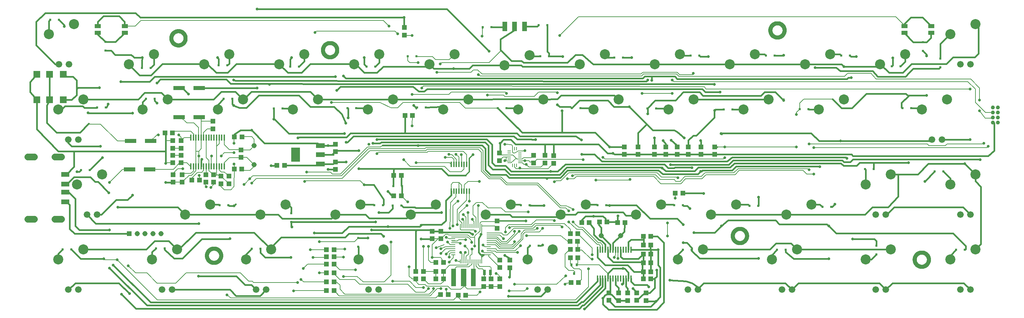
<source format=gbl>
G75*
%MOIN*%
%OFA0B0*%
%FSLAX25Y25*%
%IPPOS*%
%LPD*%
%AMOC8*
5,1,8,0,0,1.08239X$1,22.5*
%
%ADD10R,0.01969X0.01969*%
%ADD11C,0.10000*%
%ADD12C,0.06600*%
%ADD13R,0.05000X0.04500*%
%ADD14R,0.04500X0.05000*%
%ADD15R,0.00787X0.03937*%
%ADD16R,0.03937X0.00787*%
%ADD17R,0.02756X0.05512*%
%ADD18R,0.04724X0.17323*%
%ADD19R,0.05512X0.17323*%
%ADD20R,0.01575X0.05906*%
%ADD21C,0.05150*%
%ADD22R,0.08800X0.04800*%
%ADD23R,0.08661X0.14173*%
%ADD24R,0.05150X0.05150*%
%ADD25R,0.11811X0.03937*%
%ADD26R,0.06693X0.06693*%
%ADD27C,0.06600*%
%ADD28R,0.07874X0.04724*%
%ADD29R,0.03445X0.00984*%
%ADD30R,0.00984X0.03445*%
%ADD31R,0.06102X0.03937*%
%ADD32R,0.04724X0.09646*%
%ADD33C,0.03969*%
%ADD34C,0.03937*%
%ADD35C,0.03200*%
%ADD36R,0.01575X0.05512*%
%ADD37R,0.01969X0.03150*%
%ADD38C,0.01600*%
%ADD39C,0.02800*%
%ADD40C,0.00600*%
%ADD41C,0.01200*%
D10*
X0047008Y0066842D03*
X0055669Y0066842D03*
X0140069Y0068092D03*
X0148730Y0068092D03*
X0235413Y0067748D03*
X0244075Y0067748D03*
X0274789Y0094141D03*
X0274789Y0102803D03*
X0212175Y0111006D03*
X0203514Y0111006D03*
X0073999Y0145950D03*
X0065337Y0145950D03*
X0081470Y0208260D03*
X0090131Y0208260D03*
X0130020Y0216960D03*
X0138681Y0216960D03*
X0207520Y0216960D03*
X0216181Y0216960D03*
X0257569Y0207423D03*
X0266230Y0207423D03*
X0330856Y0207718D03*
X0339518Y0207718D03*
X0399964Y0208211D03*
X0408626Y0208211D03*
X0480364Y0207561D03*
X0489026Y0207561D03*
X0554114Y0207561D03*
X0562776Y0207561D03*
X0629311Y0207384D03*
X0637972Y0207384D03*
X0705561Y0206134D03*
X0714222Y0206134D03*
X0781181Y0206567D03*
X0789843Y0206567D03*
X0883396Y0207462D03*
X0892057Y0207462D03*
X0881486Y0249264D03*
X0872825Y0249264D03*
X0903600Y0264636D03*
X0920998Y0256798D03*
X0920998Y0248136D03*
X0903600Y0273297D03*
X0830925Y0260120D03*
X0822264Y0260120D03*
X0755925Y0260120D03*
X0747264Y0260120D03*
X0680925Y0260120D03*
X0672264Y0260120D03*
X0605157Y0257974D03*
X0596496Y0257974D03*
X0531407Y0259224D03*
X0522746Y0259224D03*
X0474131Y0288167D03*
X0465469Y0288167D03*
X0521219Y0290267D03*
X0529881Y0290267D03*
X0399354Y0259159D03*
X0390693Y0259159D03*
X0358504Y0248909D03*
X0349843Y0248909D03*
X0282254Y0248909D03*
X0273593Y0248909D03*
X0211004Y0250159D03*
X0202343Y0250159D03*
X0134754Y0247659D03*
X0126093Y0247659D03*
X0089600Y0264836D03*
X0089600Y0273497D03*
X0043444Y0295751D03*
X0034782Y0295751D03*
X0376269Y0129967D03*
X0384931Y0129967D03*
X0384486Y0110678D03*
X0375825Y0110678D03*
X0365925Y0111006D03*
X0357264Y0111006D03*
X0341449Y0078331D03*
X0341449Y0069670D03*
X0503514Y0111006D03*
X0512175Y0111006D03*
X0579764Y0111006D03*
X0588425Y0111006D03*
X0656014Y0111006D03*
X0664675Y0111006D03*
X0731102Y0110454D03*
X0739764Y0110454D03*
X0803602Y0109204D03*
X0812264Y0109204D03*
X0915336Y0144479D03*
X0923998Y0144479D03*
X0854664Y0147004D03*
X0846002Y0147004D03*
X0857372Y0070514D03*
X0857372Y0061852D03*
X0936742Y0066488D03*
X0945404Y0066488D03*
X0767116Y0066517D03*
X0758455Y0066517D03*
X0673465Y0066517D03*
X0664803Y0066517D03*
X0521075Y0070698D03*
X0512413Y0070698D03*
D11*
X0535177Y0066842D03*
X0510177Y0056842D03*
X0543228Y0101645D03*
X0568228Y0111645D03*
X0618031Y0101645D03*
X0643031Y0111645D03*
X0692835Y0101645D03*
X0717835Y0111645D03*
X0767638Y0101645D03*
X0792638Y0111645D03*
X0846791Y0131645D03*
X0871791Y0141645D03*
X0930945Y0131645D03*
X0955945Y0141645D03*
X0902894Y0206449D03*
X0927894Y0216449D03*
X0861142Y0251252D03*
X0886142Y0261252D03*
X0930945Y0281252D03*
X0955945Y0291252D03*
X0811339Y0261252D03*
X0786339Y0251252D03*
X0736535Y0261252D03*
X0711535Y0251252D03*
X0661732Y0261252D03*
X0636732Y0251252D03*
X0586929Y0261252D03*
X0561929Y0251252D03*
X0512126Y0260267D03*
X0487126Y0250267D03*
X0437323Y0261252D03*
X0412323Y0251252D03*
X0362520Y0261252D03*
X0337520Y0251252D03*
X0287717Y0261252D03*
X0262717Y0251252D03*
X0212913Y0261252D03*
X0187913Y0251252D03*
X0138110Y0261252D03*
X0113110Y0251252D03*
X0033307Y0281252D03*
X0058307Y0291252D03*
X0067657Y0216449D03*
X0042657Y0206449D03*
X0126811Y0206449D03*
X0151811Y0216449D03*
X0201614Y0206449D03*
X0226614Y0216449D03*
X0276417Y0206449D03*
X0301417Y0216449D03*
X0351220Y0206449D03*
X0376220Y0216449D03*
X0426024Y0206449D03*
X0451024Y0216449D03*
X0500827Y0206449D03*
X0525827Y0216449D03*
X0575630Y0206449D03*
X0600630Y0216449D03*
X0650433Y0206449D03*
X0675433Y0216449D03*
X0725236Y0206449D03*
X0750236Y0216449D03*
X0800039Y0206449D03*
X0825039Y0216449D03*
X0493425Y0111645D03*
X0468425Y0101645D03*
X0418622Y0111645D03*
X0393622Y0101645D03*
X0343819Y0111645D03*
X0318819Y0101645D03*
X0269016Y0111645D03*
X0244016Y0101645D03*
X0194213Y0111645D03*
X0169213Y0101645D03*
X0161161Y0066842D03*
X0136161Y0056842D03*
X0067657Y0066842D03*
X0042657Y0056842D03*
X0229665Y0056842D03*
X0254665Y0066842D03*
X0341870Y0056842D03*
X0366870Y0066842D03*
X0086358Y0141645D03*
X0061358Y0131645D03*
X0659783Y0056842D03*
X0684783Y0066842D03*
X0753287Y0056842D03*
X0778287Y0066842D03*
X0846791Y0056842D03*
X0871791Y0066842D03*
X0930945Y0056842D03*
X0955945Y0066842D03*
D12*
X0052657Y0026842D03*
X0062657Y0026842D03*
X0146161Y0026842D03*
X0156161Y0026842D03*
X0239665Y0026842D03*
X0249665Y0026842D03*
X0351870Y0026842D03*
X0361870Y0026842D03*
X0520177Y0026842D03*
X0530177Y0026842D03*
X0669783Y0026842D03*
X0679783Y0026842D03*
X0763287Y0026842D03*
X0773287Y0026842D03*
X0856791Y0026842D03*
X0866791Y0026842D03*
X0940945Y0026842D03*
X0950945Y0026842D03*
X0950945Y0101645D03*
X0940945Y0101645D03*
X0866791Y0101645D03*
X0856791Y0101645D03*
X0912894Y0176449D03*
X0922894Y0176449D03*
X0940945Y0251252D03*
X0950945Y0251252D03*
X0081358Y0101645D03*
X0071358Y0101645D03*
X0062657Y0176449D03*
X0052657Y0176449D03*
X0053307Y0251252D03*
X0043307Y0251252D03*
D13*
X0196850Y0194567D03*
X0196850Y0187067D03*
X0165050Y0175267D03*
X0156650Y0175267D03*
X0156650Y0167767D03*
X0165050Y0167767D03*
X0165050Y0160717D03*
X0156650Y0160717D03*
X0156650Y0153217D03*
X0165050Y0153217D03*
X0166200Y0141417D03*
X0157100Y0141417D03*
X0157100Y0133917D03*
X0166200Y0133917D03*
X0189800Y0133917D03*
X0197300Y0133917D03*
X0204800Y0132317D03*
X0212850Y0132317D03*
X0212850Y0139817D03*
X0204800Y0139817D03*
X0197300Y0141417D03*
X0189800Y0141417D03*
X0224600Y0158617D03*
X0224600Y0166117D03*
X0318600Y0164217D03*
X0318600Y0171717D03*
X0318600Y0154117D03*
X0318600Y0146617D03*
X0482100Y0155317D03*
X0482100Y0162817D03*
X0515950Y0160517D03*
X0527350Y0160517D03*
X0535950Y0160167D03*
X0527350Y0153017D03*
X0535950Y0152667D03*
X0515950Y0153017D03*
X0606450Y0161567D03*
X0606450Y0169067D03*
X0620200Y0169067D03*
X0636450Y0169067D03*
X0636450Y0161567D03*
X0620200Y0161567D03*
X0647700Y0161567D03*
X0658950Y0161567D03*
X0670200Y0161567D03*
X0682700Y0161567D03*
X0696450Y0161567D03*
X0696450Y0169067D03*
X0682700Y0169067D03*
X0670200Y0169067D03*
X0658950Y0169067D03*
X0647700Y0169067D03*
X0479850Y0095367D03*
X0479850Y0087867D03*
X0423750Y0085067D03*
X0415000Y0085067D03*
X0415000Y0077567D03*
X0423750Y0077567D03*
X0482500Y0056317D03*
X0492300Y0056267D03*
X0492300Y0048767D03*
X0482500Y0048817D03*
X0482500Y0037567D03*
X0473750Y0037567D03*
X0466250Y0037567D03*
X0466250Y0030067D03*
X0473750Y0030067D03*
X0482500Y0030067D03*
X0591200Y0023717D03*
X0600800Y0023517D03*
X0609600Y0023517D03*
X0618800Y0023717D03*
X0628200Y0023517D03*
X0628200Y0016017D03*
X0618800Y0016217D03*
X0609600Y0016017D03*
X0600800Y0016017D03*
X0591200Y0016217D03*
X0387300Y0280417D03*
X0387300Y0287917D03*
D14*
X0387950Y0200167D03*
X0395450Y0200167D03*
X0267950Y0150567D03*
X0260450Y0150567D03*
X0225550Y0146967D03*
X0218050Y0146967D03*
X0183250Y0136067D03*
X0175750Y0136067D03*
X0218200Y0179017D03*
X0225700Y0179017D03*
X0156500Y0183067D03*
X0149000Y0183067D03*
X0376850Y0140767D03*
X0384350Y0140767D03*
X0384350Y0120367D03*
X0376850Y0120367D03*
X0317350Y0066767D03*
X0309850Y0066767D03*
X0309850Y0059567D03*
X0317350Y0059567D03*
X0317350Y0052367D03*
X0309850Y0052367D03*
X0309850Y0043567D03*
X0317350Y0043567D03*
X0317350Y0034767D03*
X0309850Y0034767D03*
X0309850Y0025967D03*
X0317350Y0025967D03*
X0398750Y0037567D03*
X0406250Y0037567D03*
X0406250Y0045067D03*
X0398750Y0045067D03*
X0418750Y0045067D03*
X0426250Y0045067D03*
X0426250Y0037567D03*
X0418750Y0037567D03*
X0418750Y0053817D03*
X0426250Y0053817D03*
X0423450Y0021967D03*
X0430950Y0021967D03*
X0441050Y0021167D03*
X0448550Y0021167D03*
X0553250Y0033967D03*
X0560750Y0033967D03*
X0625250Y0037567D03*
X0632750Y0037567D03*
X0632750Y0044767D03*
X0625250Y0044767D03*
X0625250Y0053567D03*
X0632750Y0053567D03*
X0632750Y0062367D03*
X0625250Y0062367D03*
X0625250Y0071167D03*
X0632750Y0071167D03*
X0632750Y0079967D03*
X0625250Y0079967D03*
X0607150Y0093767D03*
X0599650Y0093767D03*
X0589150Y0094167D03*
X0581650Y0094167D03*
X0571550Y0093567D03*
X0564050Y0093567D03*
X0560150Y0082517D03*
X0552650Y0082517D03*
X0552300Y0074917D03*
X0559800Y0074917D03*
X0560150Y0066967D03*
X0552650Y0066967D03*
X0552650Y0058567D03*
X0560150Y0058567D03*
X0657200Y0122967D03*
X0664700Y0122967D03*
D15*
X0464577Y0090283D03*
X0462608Y0090283D03*
X0460640Y0090283D03*
X0458671Y0090283D03*
X0456703Y0090283D03*
X0454734Y0090283D03*
X0452766Y0090283D03*
X0450797Y0090283D03*
X0448829Y0090283D03*
X0446860Y0090283D03*
X0444892Y0090283D03*
X0442923Y0090283D03*
X0442923Y0054850D03*
X0444892Y0054850D03*
X0446860Y0054850D03*
X0448829Y0054850D03*
X0450797Y0054850D03*
X0452766Y0054850D03*
X0454734Y0054850D03*
X0456703Y0054850D03*
X0458671Y0054850D03*
X0460640Y0054850D03*
X0462608Y0054850D03*
X0464577Y0054850D03*
D16*
X0471467Y0061740D03*
X0471467Y0063708D03*
X0471467Y0065677D03*
X0471467Y0067645D03*
X0471467Y0069614D03*
X0471467Y0071582D03*
X0471467Y0073551D03*
X0471467Y0075519D03*
X0471467Y0077488D03*
X0471467Y0079456D03*
X0471467Y0081425D03*
X0471467Y0083393D03*
X0436033Y0083393D03*
X0436033Y0081425D03*
X0436033Y0079456D03*
X0436033Y0077488D03*
X0436033Y0075519D03*
X0436033Y0073551D03*
X0436033Y0071582D03*
X0436033Y0069614D03*
X0436033Y0067645D03*
X0436033Y0065677D03*
X0436033Y0063708D03*
X0436033Y0061740D03*
D17*
X0467047Y0043817D03*
X0472953Y0043817D03*
D18*
X0456093Y0038817D03*
X0436407Y0038817D03*
D19*
X0446250Y0038817D03*
D20*
X0579766Y0038095D03*
X0582325Y0038095D03*
X0584884Y0038095D03*
X0587443Y0038095D03*
X0590002Y0038095D03*
X0592561Y0038095D03*
X0595120Y0038095D03*
X0597680Y0038095D03*
X0600239Y0038095D03*
X0602798Y0038095D03*
X0605357Y0038095D03*
X0607916Y0038095D03*
X0610475Y0038095D03*
X0613034Y0038095D03*
X0613034Y0066638D03*
X0610475Y0066638D03*
X0607916Y0066638D03*
X0605357Y0066638D03*
X0602798Y0066638D03*
X0600239Y0066638D03*
X0597680Y0066638D03*
X0595120Y0066638D03*
X0592561Y0066638D03*
X0590002Y0066638D03*
X0587443Y0066638D03*
X0584884Y0066638D03*
X0582325Y0066638D03*
X0579766Y0066638D03*
X0208034Y0149695D03*
X0205475Y0149695D03*
X0202916Y0149695D03*
X0200357Y0149695D03*
X0197798Y0149695D03*
X0195239Y0149695D03*
X0192680Y0149695D03*
X0190120Y0149695D03*
X0187561Y0149695D03*
X0185002Y0149695D03*
X0182443Y0149695D03*
X0179884Y0149695D03*
X0177325Y0149695D03*
X0174766Y0149695D03*
X0174766Y0178238D03*
X0177325Y0178238D03*
X0179884Y0178238D03*
X0182443Y0178238D03*
X0185002Y0178238D03*
X0187561Y0178238D03*
X0190120Y0178238D03*
X0192680Y0178238D03*
X0195239Y0178238D03*
X0197798Y0178238D03*
X0200357Y0178238D03*
X0202916Y0178238D03*
X0205475Y0178238D03*
X0208034Y0178238D03*
D21*
X0237850Y0170373D03*
X0237850Y0151160D03*
X0144948Y0082767D03*
X0137074Y0082767D03*
X0129200Y0082767D03*
X0121326Y0082767D03*
X0583394Y0080767D03*
X0602606Y0080767D03*
D22*
X0303600Y0152067D03*
X0303600Y0161167D03*
X0303600Y0170267D03*
D23*
X0279199Y0161167D03*
D24*
X0113452Y0082767D03*
D25*
X0113900Y0146617D03*
X0133900Y0146617D03*
X0134800Y0174817D03*
X0114800Y0174817D03*
X0162950Y0198767D03*
X0182950Y0198767D03*
X0183000Y0227767D03*
X0163000Y0227767D03*
D26*
X0047778Y0216118D03*
X0033999Y0216118D03*
X0021400Y0216118D03*
X0021400Y0241315D03*
X0033999Y0241315D03*
X0047778Y0241315D03*
D27*
X0046056Y0158879D02*
X0039456Y0158879D01*
X0018930Y0158879D02*
X0012330Y0158879D01*
X0012330Y0097068D02*
X0018930Y0097068D01*
X0039456Y0097068D02*
X0046056Y0097068D01*
D28*
X0049764Y0114194D03*
X0049764Y0124037D03*
X0049764Y0131911D03*
X0049764Y0141753D03*
D29*
X0491762Y0153141D03*
X0491762Y0155110D03*
X0491762Y0157078D03*
X0491762Y0159047D03*
X0491762Y0161015D03*
X0491762Y0162984D03*
X0491762Y0164952D03*
X0502490Y0164952D03*
X0502490Y0162984D03*
X0502490Y0161015D03*
X0502490Y0159047D03*
X0502490Y0157078D03*
X0502490Y0155110D03*
X0502490Y0153141D03*
D30*
X0499094Y0150730D03*
X0497126Y0150730D03*
X0495157Y0150730D03*
X0495157Y0167364D03*
X0497126Y0167364D03*
X0499094Y0167364D03*
D31*
X0885315Y0282669D03*
X0885315Y0289362D03*
X0912087Y0289362D03*
X0912087Y0282669D03*
X0108937Y0282669D03*
X0108937Y0289362D03*
X0082165Y0289362D03*
X0082165Y0282669D03*
D32*
X0487283Y0288910D03*
X0497126Y0288910D03*
X0506969Y0288910D03*
D33*
X0973300Y0208167D03*
X0978300Y0208167D03*
X0978300Y0203167D03*
X0973300Y0203167D03*
X0973300Y0198167D03*
X0978300Y0198167D03*
X0978300Y0193167D03*
X0973300Y0193167D03*
D34*
X0751850Y0285031D02*
X0751852Y0285205D01*
X0751859Y0285379D01*
X0751869Y0285552D01*
X0751884Y0285726D01*
X0751903Y0285899D01*
X0751927Y0286071D01*
X0751954Y0286243D01*
X0751986Y0286414D01*
X0752022Y0286584D01*
X0752062Y0286753D01*
X0752107Y0286921D01*
X0752155Y0287088D01*
X0752208Y0287254D01*
X0752264Y0287419D01*
X0752325Y0287582D01*
X0752389Y0287743D01*
X0752458Y0287903D01*
X0752530Y0288061D01*
X0752607Y0288217D01*
X0752687Y0288372D01*
X0752771Y0288524D01*
X0752858Y0288674D01*
X0752950Y0288823D01*
X0753044Y0288968D01*
X0753143Y0289112D01*
X0753245Y0289253D01*
X0753350Y0289391D01*
X0753459Y0289527D01*
X0753571Y0289660D01*
X0753686Y0289790D01*
X0753804Y0289918D01*
X0753926Y0290042D01*
X0754050Y0290164D01*
X0754178Y0290282D01*
X0754308Y0290397D01*
X0754441Y0290509D01*
X0754577Y0290618D01*
X0754715Y0290723D01*
X0754856Y0290825D01*
X0755000Y0290924D01*
X0755145Y0291018D01*
X0755294Y0291110D01*
X0755444Y0291197D01*
X0755596Y0291281D01*
X0755751Y0291361D01*
X0755907Y0291438D01*
X0756065Y0291510D01*
X0756225Y0291579D01*
X0756386Y0291643D01*
X0756549Y0291704D01*
X0756714Y0291760D01*
X0756880Y0291813D01*
X0757047Y0291861D01*
X0757215Y0291906D01*
X0757384Y0291946D01*
X0757554Y0291982D01*
X0757725Y0292014D01*
X0757897Y0292041D01*
X0758069Y0292065D01*
X0758242Y0292084D01*
X0758416Y0292099D01*
X0758589Y0292109D01*
X0758763Y0292116D01*
X0758937Y0292118D01*
X0759111Y0292116D01*
X0759285Y0292109D01*
X0759458Y0292099D01*
X0759632Y0292084D01*
X0759805Y0292065D01*
X0759977Y0292041D01*
X0760149Y0292014D01*
X0760320Y0291982D01*
X0760490Y0291946D01*
X0760659Y0291906D01*
X0760827Y0291861D01*
X0760994Y0291813D01*
X0761160Y0291760D01*
X0761325Y0291704D01*
X0761488Y0291643D01*
X0761649Y0291579D01*
X0761809Y0291510D01*
X0761967Y0291438D01*
X0762123Y0291361D01*
X0762278Y0291281D01*
X0762430Y0291197D01*
X0762580Y0291110D01*
X0762729Y0291018D01*
X0762874Y0290924D01*
X0763018Y0290825D01*
X0763159Y0290723D01*
X0763297Y0290618D01*
X0763433Y0290509D01*
X0763566Y0290397D01*
X0763696Y0290282D01*
X0763824Y0290164D01*
X0763948Y0290042D01*
X0764070Y0289918D01*
X0764188Y0289790D01*
X0764303Y0289660D01*
X0764415Y0289527D01*
X0764524Y0289391D01*
X0764629Y0289253D01*
X0764731Y0289112D01*
X0764830Y0288968D01*
X0764924Y0288823D01*
X0765016Y0288674D01*
X0765103Y0288524D01*
X0765187Y0288372D01*
X0765267Y0288217D01*
X0765344Y0288061D01*
X0765416Y0287903D01*
X0765485Y0287743D01*
X0765549Y0287582D01*
X0765610Y0287419D01*
X0765666Y0287254D01*
X0765719Y0287088D01*
X0765767Y0286921D01*
X0765812Y0286753D01*
X0765852Y0286584D01*
X0765888Y0286414D01*
X0765920Y0286243D01*
X0765947Y0286071D01*
X0765971Y0285899D01*
X0765990Y0285726D01*
X0766005Y0285552D01*
X0766015Y0285379D01*
X0766022Y0285205D01*
X0766024Y0285031D01*
X0766022Y0284857D01*
X0766015Y0284683D01*
X0766005Y0284510D01*
X0765990Y0284336D01*
X0765971Y0284163D01*
X0765947Y0283991D01*
X0765920Y0283819D01*
X0765888Y0283648D01*
X0765852Y0283478D01*
X0765812Y0283309D01*
X0765767Y0283141D01*
X0765719Y0282974D01*
X0765666Y0282808D01*
X0765610Y0282643D01*
X0765549Y0282480D01*
X0765485Y0282319D01*
X0765416Y0282159D01*
X0765344Y0282001D01*
X0765267Y0281845D01*
X0765187Y0281690D01*
X0765103Y0281538D01*
X0765016Y0281388D01*
X0764924Y0281239D01*
X0764830Y0281094D01*
X0764731Y0280950D01*
X0764629Y0280809D01*
X0764524Y0280671D01*
X0764415Y0280535D01*
X0764303Y0280402D01*
X0764188Y0280272D01*
X0764070Y0280144D01*
X0763948Y0280020D01*
X0763824Y0279898D01*
X0763696Y0279780D01*
X0763566Y0279665D01*
X0763433Y0279553D01*
X0763297Y0279444D01*
X0763159Y0279339D01*
X0763018Y0279237D01*
X0762874Y0279138D01*
X0762729Y0279044D01*
X0762580Y0278952D01*
X0762430Y0278865D01*
X0762278Y0278781D01*
X0762123Y0278701D01*
X0761967Y0278624D01*
X0761809Y0278552D01*
X0761649Y0278483D01*
X0761488Y0278419D01*
X0761325Y0278358D01*
X0761160Y0278302D01*
X0760994Y0278249D01*
X0760827Y0278201D01*
X0760659Y0278156D01*
X0760490Y0278116D01*
X0760320Y0278080D01*
X0760149Y0278048D01*
X0759977Y0278021D01*
X0759805Y0277997D01*
X0759632Y0277978D01*
X0759458Y0277963D01*
X0759285Y0277953D01*
X0759111Y0277946D01*
X0758937Y0277944D01*
X0758763Y0277946D01*
X0758589Y0277953D01*
X0758416Y0277963D01*
X0758242Y0277978D01*
X0758069Y0277997D01*
X0757897Y0278021D01*
X0757725Y0278048D01*
X0757554Y0278080D01*
X0757384Y0278116D01*
X0757215Y0278156D01*
X0757047Y0278201D01*
X0756880Y0278249D01*
X0756714Y0278302D01*
X0756549Y0278358D01*
X0756386Y0278419D01*
X0756225Y0278483D01*
X0756065Y0278552D01*
X0755907Y0278624D01*
X0755751Y0278701D01*
X0755596Y0278781D01*
X0755444Y0278865D01*
X0755294Y0278952D01*
X0755145Y0279044D01*
X0755000Y0279138D01*
X0754856Y0279237D01*
X0754715Y0279339D01*
X0754577Y0279444D01*
X0754441Y0279553D01*
X0754308Y0279665D01*
X0754178Y0279780D01*
X0754050Y0279898D01*
X0753926Y0280020D01*
X0753804Y0280144D01*
X0753686Y0280272D01*
X0753571Y0280402D01*
X0753459Y0280535D01*
X0753350Y0280671D01*
X0753245Y0280809D01*
X0753143Y0280950D01*
X0753044Y0281094D01*
X0752950Y0281239D01*
X0752858Y0281388D01*
X0752771Y0281538D01*
X0752687Y0281690D01*
X0752607Y0281845D01*
X0752530Y0282001D01*
X0752458Y0282159D01*
X0752389Y0282319D01*
X0752325Y0282480D01*
X0752264Y0282643D01*
X0752208Y0282808D01*
X0752155Y0282974D01*
X0752107Y0283141D01*
X0752062Y0283309D01*
X0752022Y0283478D01*
X0751986Y0283648D01*
X0751954Y0283819D01*
X0751927Y0283991D01*
X0751903Y0284163D01*
X0751884Y0284336D01*
X0751869Y0284510D01*
X0751859Y0284683D01*
X0751852Y0284857D01*
X0751850Y0285031D01*
X0306368Y0265346D02*
X0306370Y0265520D01*
X0306377Y0265694D01*
X0306387Y0265867D01*
X0306402Y0266041D01*
X0306421Y0266214D01*
X0306445Y0266386D01*
X0306472Y0266558D01*
X0306504Y0266729D01*
X0306540Y0266899D01*
X0306580Y0267068D01*
X0306625Y0267236D01*
X0306673Y0267403D01*
X0306726Y0267569D01*
X0306782Y0267734D01*
X0306843Y0267897D01*
X0306907Y0268058D01*
X0306976Y0268218D01*
X0307048Y0268376D01*
X0307125Y0268532D01*
X0307205Y0268687D01*
X0307289Y0268839D01*
X0307376Y0268989D01*
X0307468Y0269138D01*
X0307562Y0269283D01*
X0307661Y0269427D01*
X0307763Y0269568D01*
X0307868Y0269706D01*
X0307977Y0269842D01*
X0308089Y0269975D01*
X0308204Y0270105D01*
X0308322Y0270233D01*
X0308444Y0270357D01*
X0308568Y0270479D01*
X0308696Y0270597D01*
X0308826Y0270712D01*
X0308959Y0270824D01*
X0309095Y0270933D01*
X0309233Y0271038D01*
X0309374Y0271140D01*
X0309518Y0271239D01*
X0309663Y0271333D01*
X0309812Y0271425D01*
X0309962Y0271512D01*
X0310114Y0271596D01*
X0310269Y0271676D01*
X0310425Y0271753D01*
X0310583Y0271825D01*
X0310743Y0271894D01*
X0310904Y0271958D01*
X0311067Y0272019D01*
X0311232Y0272075D01*
X0311398Y0272128D01*
X0311565Y0272176D01*
X0311733Y0272221D01*
X0311902Y0272261D01*
X0312072Y0272297D01*
X0312243Y0272329D01*
X0312415Y0272356D01*
X0312587Y0272380D01*
X0312760Y0272399D01*
X0312934Y0272414D01*
X0313107Y0272424D01*
X0313281Y0272431D01*
X0313455Y0272433D01*
X0313629Y0272431D01*
X0313803Y0272424D01*
X0313976Y0272414D01*
X0314150Y0272399D01*
X0314323Y0272380D01*
X0314495Y0272356D01*
X0314667Y0272329D01*
X0314838Y0272297D01*
X0315008Y0272261D01*
X0315177Y0272221D01*
X0315345Y0272176D01*
X0315512Y0272128D01*
X0315678Y0272075D01*
X0315843Y0272019D01*
X0316006Y0271958D01*
X0316167Y0271894D01*
X0316327Y0271825D01*
X0316485Y0271753D01*
X0316641Y0271676D01*
X0316796Y0271596D01*
X0316948Y0271512D01*
X0317098Y0271425D01*
X0317247Y0271333D01*
X0317392Y0271239D01*
X0317536Y0271140D01*
X0317677Y0271038D01*
X0317815Y0270933D01*
X0317951Y0270824D01*
X0318084Y0270712D01*
X0318214Y0270597D01*
X0318342Y0270479D01*
X0318466Y0270357D01*
X0318588Y0270233D01*
X0318706Y0270105D01*
X0318821Y0269975D01*
X0318933Y0269842D01*
X0319042Y0269706D01*
X0319147Y0269568D01*
X0319249Y0269427D01*
X0319348Y0269283D01*
X0319442Y0269138D01*
X0319534Y0268989D01*
X0319621Y0268839D01*
X0319705Y0268687D01*
X0319785Y0268532D01*
X0319862Y0268376D01*
X0319934Y0268218D01*
X0320003Y0268058D01*
X0320067Y0267897D01*
X0320128Y0267734D01*
X0320184Y0267569D01*
X0320237Y0267403D01*
X0320285Y0267236D01*
X0320330Y0267068D01*
X0320370Y0266899D01*
X0320406Y0266729D01*
X0320438Y0266558D01*
X0320465Y0266386D01*
X0320489Y0266214D01*
X0320508Y0266041D01*
X0320523Y0265867D01*
X0320533Y0265694D01*
X0320540Y0265520D01*
X0320542Y0265346D01*
X0320540Y0265172D01*
X0320533Y0264998D01*
X0320523Y0264825D01*
X0320508Y0264651D01*
X0320489Y0264478D01*
X0320465Y0264306D01*
X0320438Y0264134D01*
X0320406Y0263963D01*
X0320370Y0263793D01*
X0320330Y0263624D01*
X0320285Y0263456D01*
X0320237Y0263289D01*
X0320184Y0263123D01*
X0320128Y0262958D01*
X0320067Y0262795D01*
X0320003Y0262634D01*
X0319934Y0262474D01*
X0319862Y0262316D01*
X0319785Y0262160D01*
X0319705Y0262005D01*
X0319621Y0261853D01*
X0319534Y0261703D01*
X0319442Y0261554D01*
X0319348Y0261409D01*
X0319249Y0261265D01*
X0319147Y0261124D01*
X0319042Y0260986D01*
X0318933Y0260850D01*
X0318821Y0260717D01*
X0318706Y0260587D01*
X0318588Y0260459D01*
X0318466Y0260335D01*
X0318342Y0260213D01*
X0318214Y0260095D01*
X0318084Y0259980D01*
X0317951Y0259868D01*
X0317815Y0259759D01*
X0317677Y0259654D01*
X0317536Y0259552D01*
X0317392Y0259453D01*
X0317247Y0259359D01*
X0317098Y0259267D01*
X0316948Y0259180D01*
X0316796Y0259096D01*
X0316641Y0259016D01*
X0316485Y0258939D01*
X0316327Y0258867D01*
X0316167Y0258798D01*
X0316006Y0258734D01*
X0315843Y0258673D01*
X0315678Y0258617D01*
X0315512Y0258564D01*
X0315345Y0258516D01*
X0315177Y0258471D01*
X0315008Y0258431D01*
X0314838Y0258395D01*
X0314667Y0258363D01*
X0314495Y0258336D01*
X0314323Y0258312D01*
X0314150Y0258293D01*
X0313976Y0258278D01*
X0313803Y0258268D01*
X0313629Y0258261D01*
X0313455Y0258259D01*
X0313281Y0258261D01*
X0313107Y0258268D01*
X0312934Y0258278D01*
X0312760Y0258293D01*
X0312587Y0258312D01*
X0312415Y0258336D01*
X0312243Y0258363D01*
X0312072Y0258395D01*
X0311902Y0258431D01*
X0311733Y0258471D01*
X0311565Y0258516D01*
X0311398Y0258564D01*
X0311232Y0258617D01*
X0311067Y0258673D01*
X0310904Y0258734D01*
X0310743Y0258798D01*
X0310583Y0258867D01*
X0310425Y0258939D01*
X0310269Y0259016D01*
X0310114Y0259096D01*
X0309962Y0259180D01*
X0309812Y0259267D01*
X0309663Y0259359D01*
X0309518Y0259453D01*
X0309374Y0259552D01*
X0309233Y0259654D01*
X0309095Y0259759D01*
X0308959Y0259868D01*
X0308826Y0259980D01*
X0308696Y0260095D01*
X0308568Y0260213D01*
X0308444Y0260335D01*
X0308322Y0260459D01*
X0308204Y0260587D01*
X0308089Y0260717D01*
X0307977Y0260850D01*
X0307868Y0260986D01*
X0307763Y0261124D01*
X0307661Y0261265D01*
X0307562Y0261409D01*
X0307468Y0261554D01*
X0307376Y0261703D01*
X0307289Y0261853D01*
X0307205Y0262005D01*
X0307125Y0262160D01*
X0307048Y0262316D01*
X0306976Y0262474D01*
X0306907Y0262634D01*
X0306843Y0262795D01*
X0306782Y0262958D01*
X0306726Y0263123D01*
X0306673Y0263289D01*
X0306625Y0263456D01*
X0306580Y0263624D01*
X0306540Y0263793D01*
X0306504Y0263963D01*
X0306472Y0264134D01*
X0306445Y0264306D01*
X0306421Y0264478D01*
X0306402Y0264651D01*
X0306387Y0264825D01*
X0306377Y0264998D01*
X0306370Y0265172D01*
X0306368Y0265346D01*
X0155393Y0277157D02*
X0155395Y0277331D01*
X0155402Y0277505D01*
X0155412Y0277678D01*
X0155427Y0277852D01*
X0155446Y0278025D01*
X0155470Y0278197D01*
X0155497Y0278369D01*
X0155529Y0278540D01*
X0155565Y0278710D01*
X0155605Y0278879D01*
X0155650Y0279047D01*
X0155698Y0279214D01*
X0155751Y0279380D01*
X0155807Y0279545D01*
X0155868Y0279708D01*
X0155932Y0279869D01*
X0156001Y0280029D01*
X0156073Y0280187D01*
X0156150Y0280343D01*
X0156230Y0280498D01*
X0156314Y0280650D01*
X0156401Y0280800D01*
X0156493Y0280949D01*
X0156587Y0281094D01*
X0156686Y0281238D01*
X0156788Y0281379D01*
X0156893Y0281517D01*
X0157002Y0281653D01*
X0157114Y0281786D01*
X0157229Y0281916D01*
X0157347Y0282044D01*
X0157469Y0282168D01*
X0157593Y0282290D01*
X0157721Y0282408D01*
X0157851Y0282523D01*
X0157984Y0282635D01*
X0158120Y0282744D01*
X0158258Y0282849D01*
X0158399Y0282951D01*
X0158543Y0283050D01*
X0158688Y0283144D01*
X0158837Y0283236D01*
X0158987Y0283323D01*
X0159139Y0283407D01*
X0159294Y0283487D01*
X0159450Y0283564D01*
X0159608Y0283636D01*
X0159768Y0283705D01*
X0159929Y0283769D01*
X0160092Y0283830D01*
X0160257Y0283886D01*
X0160423Y0283939D01*
X0160590Y0283987D01*
X0160758Y0284032D01*
X0160927Y0284072D01*
X0161097Y0284108D01*
X0161268Y0284140D01*
X0161440Y0284167D01*
X0161612Y0284191D01*
X0161785Y0284210D01*
X0161959Y0284225D01*
X0162132Y0284235D01*
X0162306Y0284242D01*
X0162480Y0284244D01*
X0162654Y0284242D01*
X0162828Y0284235D01*
X0163001Y0284225D01*
X0163175Y0284210D01*
X0163348Y0284191D01*
X0163520Y0284167D01*
X0163692Y0284140D01*
X0163863Y0284108D01*
X0164033Y0284072D01*
X0164202Y0284032D01*
X0164370Y0283987D01*
X0164537Y0283939D01*
X0164703Y0283886D01*
X0164868Y0283830D01*
X0165031Y0283769D01*
X0165192Y0283705D01*
X0165352Y0283636D01*
X0165510Y0283564D01*
X0165666Y0283487D01*
X0165821Y0283407D01*
X0165973Y0283323D01*
X0166123Y0283236D01*
X0166272Y0283144D01*
X0166417Y0283050D01*
X0166561Y0282951D01*
X0166702Y0282849D01*
X0166840Y0282744D01*
X0166976Y0282635D01*
X0167109Y0282523D01*
X0167239Y0282408D01*
X0167367Y0282290D01*
X0167491Y0282168D01*
X0167613Y0282044D01*
X0167731Y0281916D01*
X0167846Y0281786D01*
X0167958Y0281653D01*
X0168067Y0281517D01*
X0168172Y0281379D01*
X0168274Y0281238D01*
X0168373Y0281094D01*
X0168467Y0280949D01*
X0168559Y0280800D01*
X0168646Y0280650D01*
X0168730Y0280498D01*
X0168810Y0280343D01*
X0168887Y0280187D01*
X0168959Y0280029D01*
X0169028Y0279869D01*
X0169092Y0279708D01*
X0169153Y0279545D01*
X0169209Y0279380D01*
X0169262Y0279214D01*
X0169310Y0279047D01*
X0169355Y0278879D01*
X0169395Y0278710D01*
X0169431Y0278540D01*
X0169463Y0278369D01*
X0169490Y0278197D01*
X0169514Y0278025D01*
X0169533Y0277852D01*
X0169548Y0277678D01*
X0169558Y0277505D01*
X0169565Y0277331D01*
X0169567Y0277157D01*
X0169565Y0276983D01*
X0169558Y0276809D01*
X0169548Y0276636D01*
X0169533Y0276462D01*
X0169514Y0276289D01*
X0169490Y0276117D01*
X0169463Y0275945D01*
X0169431Y0275774D01*
X0169395Y0275604D01*
X0169355Y0275435D01*
X0169310Y0275267D01*
X0169262Y0275100D01*
X0169209Y0274934D01*
X0169153Y0274769D01*
X0169092Y0274606D01*
X0169028Y0274445D01*
X0168959Y0274285D01*
X0168887Y0274127D01*
X0168810Y0273971D01*
X0168730Y0273816D01*
X0168646Y0273664D01*
X0168559Y0273514D01*
X0168467Y0273365D01*
X0168373Y0273220D01*
X0168274Y0273076D01*
X0168172Y0272935D01*
X0168067Y0272797D01*
X0167958Y0272661D01*
X0167846Y0272528D01*
X0167731Y0272398D01*
X0167613Y0272270D01*
X0167491Y0272146D01*
X0167367Y0272024D01*
X0167239Y0271906D01*
X0167109Y0271791D01*
X0166976Y0271679D01*
X0166840Y0271570D01*
X0166702Y0271465D01*
X0166561Y0271363D01*
X0166417Y0271264D01*
X0166272Y0271170D01*
X0166123Y0271078D01*
X0165973Y0270991D01*
X0165821Y0270907D01*
X0165666Y0270827D01*
X0165510Y0270750D01*
X0165352Y0270678D01*
X0165192Y0270609D01*
X0165031Y0270545D01*
X0164868Y0270484D01*
X0164703Y0270428D01*
X0164537Y0270375D01*
X0164370Y0270327D01*
X0164202Y0270282D01*
X0164033Y0270242D01*
X0163863Y0270206D01*
X0163692Y0270174D01*
X0163520Y0270147D01*
X0163348Y0270123D01*
X0163175Y0270104D01*
X0163001Y0270089D01*
X0162828Y0270079D01*
X0162654Y0270072D01*
X0162480Y0270070D01*
X0162306Y0270072D01*
X0162132Y0270079D01*
X0161959Y0270089D01*
X0161785Y0270104D01*
X0161612Y0270123D01*
X0161440Y0270147D01*
X0161268Y0270174D01*
X0161097Y0270206D01*
X0160927Y0270242D01*
X0160758Y0270282D01*
X0160590Y0270327D01*
X0160423Y0270375D01*
X0160257Y0270428D01*
X0160092Y0270484D01*
X0159929Y0270545D01*
X0159768Y0270609D01*
X0159608Y0270678D01*
X0159450Y0270750D01*
X0159294Y0270827D01*
X0159139Y0270907D01*
X0158987Y0270991D01*
X0158837Y0271078D01*
X0158688Y0271170D01*
X0158543Y0271264D01*
X0158399Y0271363D01*
X0158258Y0271465D01*
X0158120Y0271570D01*
X0157984Y0271679D01*
X0157851Y0271791D01*
X0157721Y0271906D01*
X0157593Y0272024D01*
X0157469Y0272146D01*
X0157347Y0272270D01*
X0157229Y0272398D01*
X0157114Y0272528D01*
X0157002Y0272661D01*
X0156893Y0272797D01*
X0156788Y0272935D01*
X0156686Y0273076D01*
X0156587Y0273220D01*
X0156493Y0273365D01*
X0156401Y0273514D01*
X0156314Y0273664D01*
X0156230Y0273816D01*
X0156150Y0273971D01*
X0156073Y0274127D01*
X0156001Y0274285D01*
X0155932Y0274445D01*
X0155868Y0274606D01*
X0155807Y0274769D01*
X0155751Y0274934D01*
X0155698Y0275100D01*
X0155650Y0275267D01*
X0155605Y0275435D01*
X0155565Y0275604D01*
X0155529Y0275774D01*
X0155497Y0275945D01*
X0155470Y0276117D01*
X0155446Y0276289D01*
X0155427Y0276462D01*
X0155412Y0276636D01*
X0155402Y0276809D01*
X0155395Y0276983D01*
X0155393Y0277157D01*
X0714448Y0080307D02*
X0714450Y0080481D01*
X0714457Y0080655D01*
X0714467Y0080828D01*
X0714482Y0081002D01*
X0714501Y0081175D01*
X0714525Y0081347D01*
X0714552Y0081519D01*
X0714584Y0081690D01*
X0714620Y0081860D01*
X0714660Y0082029D01*
X0714705Y0082197D01*
X0714753Y0082364D01*
X0714806Y0082530D01*
X0714862Y0082695D01*
X0714923Y0082858D01*
X0714987Y0083019D01*
X0715056Y0083179D01*
X0715128Y0083337D01*
X0715205Y0083493D01*
X0715285Y0083648D01*
X0715369Y0083800D01*
X0715456Y0083950D01*
X0715548Y0084099D01*
X0715642Y0084244D01*
X0715741Y0084388D01*
X0715843Y0084529D01*
X0715948Y0084667D01*
X0716057Y0084803D01*
X0716169Y0084936D01*
X0716284Y0085066D01*
X0716402Y0085194D01*
X0716524Y0085318D01*
X0716648Y0085440D01*
X0716776Y0085558D01*
X0716906Y0085673D01*
X0717039Y0085785D01*
X0717175Y0085894D01*
X0717313Y0085999D01*
X0717454Y0086101D01*
X0717598Y0086200D01*
X0717743Y0086294D01*
X0717892Y0086386D01*
X0718042Y0086473D01*
X0718194Y0086557D01*
X0718349Y0086637D01*
X0718505Y0086714D01*
X0718663Y0086786D01*
X0718823Y0086855D01*
X0718984Y0086919D01*
X0719147Y0086980D01*
X0719312Y0087036D01*
X0719478Y0087089D01*
X0719645Y0087137D01*
X0719813Y0087182D01*
X0719982Y0087222D01*
X0720152Y0087258D01*
X0720323Y0087290D01*
X0720495Y0087317D01*
X0720667Y0087341D01*
X0720840Y0087360D01*
X0721014Y0087375D01*
X0721187Y0087385D01*
X0721361Y0087392D01*
X0721535Y0087394D01*
X0721709Y0087392D01*
X0721883Y0087385D01*
X0722056Y0087375D01*
X0722230Y0087360D01*
X0722403Y0087341D01*
X0722575Y0087317D01*
X0722747Y0087290D01*
X0722918Y0087258D01*
X0723088Y0087222D01*
X0723257Y0087182D01*
X0723425Y0087137D01*
X0723592Y0087089D01*
X0723758Y0087036D01*
X0723923Y0086980D01*
X0724086Y0086919D01*
X0724247Y0086855D01*
X0724407Y0086786D01*
X0724565Y0086714D01*
X0724721Y0086637D01*
X0724876Y0086557D01*
X0725028Y0086473D01*
X0725178Y0086386D01*
X0725327Y0086294D01*
X0725472Y0086200D01*
X0725616Y0086101D01*
X0725757Y0085999D01*
X0725895Y0085894D01*
X0726031Y0085785D01*
X0726164Y0085673D01*
X0726294Y0085558D01*
X0726422Y0085440D01*
X0726546Y0085318D01*
X0726668Y0085194D01*
X0726786Y0085066D01*
X0726901Y0084936D01*
X0727013Y0084803D01*
X0727122Y0084667D01*
X0727227Y0084529D01*
X0727329Y0084388D01*
X0727428Y0084244D01*
X0727522Y0084099D01*
X0727614Y0083950D01*
X0727701Y0083800D01*
X0727785Y0083648D01*
X0727865Y0083493D01*
X0727942Y0083337D01*
X0728014Y0083179D01*
X0728083Y0083019D01*
X0728147Y0082858D01*
X0728208Y0082695D01*
X0728264Y0082530D01*
X0728317Y0082364D01*
X0728365Y0082197D01*
X0728410Y0082029D01*
X0728450Y0081860D01*
X0728486Y0081690D01*
X0728518Y0081519D01*
X0728545Y0081347D01*
X0728569Y0081175D01*
X0728588Y0081002D01*
X0728603Y0080828D01*
X0728613Y0080655D01*
X0728620Y0080481D01*
X0728622Y0080307D01*
X0728620Y0080133D01*
X0728613Y0079959D01*
X0728603Y0079786D01*
X0728588Y0079612D01*
X0728569Y0079439D01*
X0728545Y0079267D01*
X0728518Y0079095D01*
X0728486Y0078924D01*
X0728450Y0078754D01*
X0728410Y0078585D01*
X0728365Y0078417D01*
X0728317Y0078250D01*
X0728264Y0078084D01*
X0728208Y0077919D01*
X0728147Y0077756D01*
X0728083Y0077595D01*
X0728014Y0077435D01*
X0727942Y0077277D01*
X0727865Y0077121D01*
X0727785Y0076966D01*
X0727701Y0076814D01*
X0727614Y0076664D01*
X0727522Y0076515D01*
X0727428Y0076370D01*
X0727329Y0076226D01*
X0727227Y0076085D01*
X0727122Y0075947D01*
X0727013Y0075811D01*
X0726901Y0075678D01*
X0726786Y0075548D01*
X0726668Y0075420D01*
X0726546Y0075296D01*
X0726422Y0075174D01*
X0726294Y0075056D01*
X0726164Y0074941D01*
X0726031Y0074829D01*
X0725895Y0074720D01*
X0725757Y0074615D01*
X0725616Y0074513D01*
X0725472Y0074414D01*
X0725327Y0074320D01*
X0725178Y0074228D01*
X0725028Y0074141D01*
X0724876Y0074057D01*
X0724721Y0073977D01*
X0724565Y0073900D01*
X0724407Y0073828D01*
X0724247Y0073759D01*
X0724086Y0073695D01*
X0723923Y0073634D01*
X0723758Y0073578D01*
X0723592Y0073525D01*
X0723425Y0073477D01*
X0723257Y0073432D01*
X0723088Y0073392D01*
X0722918Y0073356D01*
X0722747Y0073324D01*
X0722575Y0073297D01*
X0722403Y0073273D01*
X0722230Y0073254D01*
X0722056Y0073239D01*
X0721883Y0073229D01*
X0721709Y0073222D01*
X0721535Y0073220D01*
X0721361Y0073222D01*
X0721187Y0073229D01*
X0721014Y0073239D01*
X0720840Y0073254D01*
X0720667Y0073273D01*
X0720495Y0073297D01*
X0720323Y0073324D01*
X0720152Y0073356D01*
X0719982Y0073392D01*
X0719813Y0073432D01*
X0719645Y0073477D01*
X0719478Y0073525D01*
X0719312Y0073578D01*
X0719147Y0073634D01*
X0718984Y0073695D01*
X0718823Y0073759D01*
X0718663Y0073828D01*
X0718505Y0073900D01*
X0718349Y0073977D01*
X0718194Y0074057D01*
X0718042Y0074141D01*
X0717892Y0074228D01*
X0717743Y0074320D01*
X0717598Y0074414D01*
X0717454Y0074513D01*
X0717313Y0074615D01*
X0717175Y0074720D01*
X0717039Y0074829D01*
X0716906Y0074941D01*
X0716776Y0075056D01*
X0716648Y0075174D01*
X0716524Y0075296D01*
X0716402Y0075420D01*
X0716284Y0075548D01*
X0716169Y0075678D01*
X0716057Y0075811D01*
X0715948Y0075947D01*
X0715843Y0076085D01*
X0715741Y0076226D01*
X0715642Y0076370D01*
X0715548Y0076515D01*
X0715456Y0076664D01*
X0715369Y0076814D01*
X0715285Y0076966D01*
X0715205Y0077121D01*
X0715128Y0077277D01*
X0715056Y0077435D01*
X0714987Y0077595D01*
X0714923Y0077756D01*
X0714862Y0077919D01*
X0714806Y0078084D01*
X0714753Y0078250D01*
X0714705Y0078417D01*
X0714660Y0078585D01*
X0714620Y0078754D01*
X0714584Y0078924D01*
X0714552Y0079095D01*
X0714525Y0079267D01*
X0714501Y0079439D01*
X0714482Y0079612D01*
X0714467Y0079786D01*
X0714457Y0079959D01*
X0714450Y0080133D01*
X0714448Y0080307D01*
X0895551Y0056685D02*
X0895553Y0056859D01*
X0895560Y0057033D01*
X0895570Y0057206D01*
X0895585Y0057380D01*
X0895604Y0057553D01*
X0895628Y0057725D01*
X0895655Y0057897D01*
X0895687Y0058068D01*
X0895723Y0058238D01*
X0895763Y0058407D01*
X0895808Y0058575D01*
X0895856Y0058742D01*
X0895909Y0058908D01*
X0895965Y0059073D01*
X0896026Y0059236D01*
X0896090Y0059397D01*
X0896159Y0059557D01*
X0896231Y0059715D01*
X0896308Y0059871D01*
X0896388Y0060026D01*
X0896472Y0060178D01*
X0896559Y0060328D01*
X0896651Y0060477D01*
X0896745Y0060622D01*
X0896844Y0060766D01*
X0896946Y0060907D01*
X0897051Y0061045D01*
X0897160Y0061181D01*
X0897272Y0061314D01*
X0897387Y0061444D01*
X0897505Y0061572D01*
X0897627Y0061696D01*
X0897751Y0061818D01*
X0897879Y0061936D01*
X0898009Y0062051D01*
X0898142Y0062163D01*
X0898278Y0062272D01*
X0898416Y0062377D01*
X0898557Y0062479D01*
X0898701Y0062578D01*
X0898846Y0062672D01*
X0898995Y0062764D01*
X0899145Y0062851D01*
X0899297Y0062935D01*
X0899452Y0063015D01*
X0899608Y0063092D01*
X0899766Y0063164D01*
X0899926Y0063233D01*
X0900087Y0063297D01*
X0900250Y0063358D01*
X0900415Y0063414D01*
X0900581Y0063467D01*
X0900748Y0063515D01*
X0900916Y0063560D01*
X0901085Y0063600D01*
X0901255Y0063636D01*
X0901426Y0063668D01*
X0901598Y0063695D01*
X0901770Y0063719D01*
X0901943Y0063738D01*
X0902117Y0063753D01*
X0902290Y0063763D01*
X0902464Y0063770D01*
X0902638Y0063772D01*
X0902812Y0063770D01*
X0902986Y0063763D01*
X0903159Y0063753D01*
X0903333Y0063738D01*
X0903506Y0063719D01*
X0903678Y0063695D01*
X0903850Y0063668D01*
X0904021Y0063636D01*
X0904191Y0063600D01*
X0904360Y0063560D01*
X0904528Y0063515D01*
X0904695Y0063467D01*
X0904861Y0063414D01*
X0905026Y0063358D01*
X0905189Y0063297D01*
X0905350Y0063233D01*
X0905510Y0063164D01*
X0905668Y0063092D01*
X0905824Y0063015D01*
X0905979Y0062935D01*
X0906131Y0062851D01*
X0906281Y0062764D01*
X0906430Y0062672D01*
X0906575Y0062578D01*
X0906719Y0062479D01*
X0906860Y0062377D01*
X0906998Y0062272D01*
X0907134Y0062163D01*
X0907267Y0062051D01*
X0907397Y0061936D01*
X0907525Y0061818D01*
X0907649Y0061696D01*
X0907771Y0061572D01*
X0907889Y0061444D01*
X0908004Y0061314D01*
X0908116Y0061181D01*
X0908225Y0061045D01*
X0908330Y0060907D01*
X0908432Y0060766D01*
X0908531Y0060622D01*
X0908625Y0060477D01*
X0908717Y0060328D01*
X0908804Y0060178D01*
X0908888Y0060026D01*
X0908968Y0059871D01*
X0909045Y0059715D01*
X0909117Y0059557D01*
X0909186Y0059397D01*
X0909250Y0059236D01*
X0909311Y0059073D01*
X0909367Y0058908D01*
X0909420Y0058742D01*
X0909468Y0058575D01*
X0909513Y0058407D01*
X0909553Y0058238D01*
X0909589Y0058068D01*
X0909621Y0057897D01*
X0909648Y0057725D01*
X0909672Y0057553D01*
X0909691Y0057380D01*
X0909706Y0057206D01*
X0909716Y0057033D01*
X0909723Y0056859D01*
X0909725Y0056685D01*
X0909723Y0056511D01*
X0909716Y0056337D01*
X0909706Y0056164D01*
X0909691Y0055990D01*
X0909672Y0055817D01*
X0909648Y0055645D01*
X0909621Y0055473D01*
X0909589Y0055302D01*
X0909553Y0055132D01*
X0909513Y0054963D01*
X0909468Y0054795D01*
X0909420Y0054628D01*
X0909367Y0054462D01*
X0909311Y0054297D01*
X0909250Y0054134D01*
X0909186Y0053973D01*
X0909117Y0053813D01*
X0909045Y0053655D01*
X0908968Y0053499D01*
X0908888Y0053344D01*
X0908804Y0053192D01*
X0908717Y0053042D01*
X0908625Y0052893D01*
X0908531Y0052748D01*
X0908432Y0052604D01*
X0908330Y0052463D01*
X0908225Y0052325D01*
X0908116Y0052189D01*
X0908004Y0052056D01*
X0907889Y0051926D01*
X0907771Y0051798D01*
X0907649Y0051674D01*
X0907525Y0051552D01*
X0907397Y0051434D01*
X0907267Y0051319D01*
X0907134Y0051207D01*
X0906998Y0051098D01*
X0906860Y0050993D01*
X0906719Y0050891D01*
X0906575Y0050792D01*
X0906430Y0050698D01*
X0906281Y0050606D01*
X0906131Y0050519D01*
X0905979Y0050435D01*
X0905824Y0050355D01*
X0905668Y0050278D01*
X0905510Y0050206D01*
X0905350Y0050137D01*
X0905189Y0050073D01*
X0905026Y0050012D01*
X0904861Y0049956D01*
X0904695Y0049903D01*
X0904528Y0049855D01*
X0904360Y0049810D01*
X0904191Y0049770D01*
X0904021Y0049734D01*
X0903850Y0049702D01*
X0903678Y0049675D01*
X0903506Y0049651D01*
X0903333Y0049632D01*
X0903159Y0049617D01*
X0902986Y0049607D01*
X0902812Y0049600D01*
X0902638Y0049598D01*
X0902464Y0049600D01*
X0902290Y0049607D01*
X0902117Y0049617D01*
X0901943Y0049632D01*
X0901770Y0049651D01*
X0901598Y0049675D01*
X0901426Y0049702D01*
X0901255Y0049734D01*
X0901085Y0049770D01*
X0900916Y0049810D01*
X0900748Y0049855D01*
X0900581Y0049903D01*
X0900415Y0049956D01*
X0900250Y0050012D01*
X0900087Y0050073D01*
X0899926Y0050137D01*
X0899766Y0050206D01*
X0899608Y0050278D01*
X0899452Y0050355D01*
X0899297Y0050435D01*
X0899145Y0050519D01*
X0898995Y0050606D01*
X0898846Y0050698D01*
X0898701Y0050792D01*
X0898557Y0050891D01*
X0898416Y0050993D01*
X0898278Y0051098D01*
X0898142Y0051207D01*
X0898009Y0051319D01*
X0897879Y0051434D01*
X0897751Y0051552D01*
X0897627Y0051674D01*
X0897505Y0051798D01*
X0897387Y0051926D01*
X0897272Y0052056D01*
X0897160Y0052189D01*
X0897051Y0052325D01*
X0896946Y0052463D01*
X0896844Y0052604D01*
X0896745Y0052748D01*
X0896651Y0052893D01*
X0896559Y0053042D01*
X0896472Y0053192D01*
X0896388Y0053344D01*
X0896308Y0053499D01*
X0896231Y0053655D01*
X0896159Y0053813D01*
X0896090Y0053973D01*
X0896026Y0054134D01*
X0895965Y0054297D01*
X0895909Y0054462D01*
X0895856Y0054628D01*
X0895808Y0054795D01*
X0895763Y0054963D01*
X0895723Y0055132D01*
X0895687Y0055302D01*
X0895655Y0055473D01*
X0895628Y0055645D01*
X0895604Y0055817D01*
X0895585Y0055990D01*
X0895570Y0056164D01*
X0895560Y0056337D01*
X0895553Y0056511D01*
X0895551Y0056685D01*
X0190826Y0060622D02*
X0190828Y0060796D01*
X0190835Y0060970D01*
X0190845Y0061143D01*
X0190860Y0061317D01*
X0190879Y0061490D01*
X0190903Y0061662D01*
X0190930Y0061834D01*
X0190962Y0062005D01*
X0190998Y0062175D01*
X0191038Y0062344D01*
X0191083Y0062512D01*
X0191131Y0062679D01*
X0191184Y0062845D01*
X0191240Y0063010D01*
X0191301Y0063173D01*
X0191365Y0063334D01*
X0191434Y0063494D01*
X0191506Y0063652D01*
X0191583Y0063808D01*
X0191663Y0063963D01*
X0191747Y0064115D01*
X0191834Y0064265D01*
X0191926Y0064414D01*
X0192020Y0064559D01*
X0192119Y0064703D01*
X0192221Y0064844D01*
X0192326Y0064982D01*
X0192435Y0065118D01*
X0192547Y0065251D01*
X0192662Y0065381D01*
X0192780Y0065509D01*
X0192902Y0065633D01*
X0193026Y0065755D01*
X0193154Y0065873D01*
X0193284Y0065988D01*
X0193417Y0066100D01*
X0193553Y0066209D01*
X0193691Y0066314D01*
X0193832Y0066416D01*
X0193976Y0066515D01*
X0194121Y0066609D01*
X0194270Y0066701D01*
X0194420Y0066788D01*
X0194572Y0066872D01*
X0194727Y0066952D01*
X0194883Y0067029D01*
X0195041Y0067101D01*
X0195201Y0067170D01*
X0195362Y0067234D01*
X0195525Y0067295D01*
X0195690Y0067351D01*
X0195856Y0067404D01*
X0196023Y0067452D01*
X0196191Y0067497D01*
X0196360Y0067537D01*
X0196530Y0067573D01*
X0196701Y0067605D01*
X0196873Y0067632D01*
X0197045Y0067656D01*
X0197218Y0067675D01*
X0197392Y0067690D01*
X0197565Y0067700D01*
X0197739Y0067707D01*
X0197913Y0067709D01*
X0198087Y0067707D01*
X0198261Y0067700D01*
X0198434Y0067690D01*
X0198608Y0067675D01*
X0198781Y0067656D01*
X0198953Y0067632D01*
X0199125Y0067605D01*
X0199296Y0067573D01*
X0199466Y0067537D01*
X0199635Y0067497D01*
X0199803Y0067452D01*
X0199970Y0067404D01*
X0200136Y0067351D01*
X0200301Y0067295D01*
X0200464Y0067234D01*
X0200625Y0067170D01*
X0200785Y0067101D01*
X0200943Y0067029D01*
X0201099Y0066952D01*
X0201254Y0066872D01*
X0201406Y0066788D01*
X0201556Y0066701D01*
X0201705Y0066609D01*
X0201850Y0066515D01*
X0201994Y0066416D01*
X0202135Y0066314D01*
X0202273Y0066209D01*
X0202409Y0066100D01*
X0202542Y0065988D01*
X0202672Y0065873D01*
X0202800Y0065755D01*
X0202924Y0065633D01*
X0203046Y0065509D01*
X0203164Y0065381D01*
X0203279Y0065251D01*
X0203391Y0065118D01*
X0203500Y0064982D01*
X0203605Y0064844D01*
X0203707Y0064703D01*
X0203806Y0064559D01*
X0203900Y0064414D01*
X0203992Y0064265D01*
X0204079Y0064115D01*
X0204163Y0063963D01*
X0204243Y0063808D01*
X0204320Y0063652D01*
X0204392Y0063494D01*
X0204461Y0063334D01*
X0204525Y0063173D01*
X0204586Y0063010D01*
X0204642Y0062845D01*
X0204695Y0062679D01*
X0204743Y0062512D01*
X0204788Y0062344D01*
X0204828Y0062175D01*
X0204864Y0062005D01*
X0204896Y0061834D01*
X0204923Y0061662D01*
X0204947Y0061490D01*
X0204966Y0061317D01*
X0204981Y0061143D01*
X0204991Y0060970D01*
X0204998Y0060796D01*
X0205000Y0060622D01*
X0204998Y0060448D01*
X0204991Y0060274D01*
X0204981Y0060101D01*
X0204966Y0059927D01*
X0204947Y0059754D01*
X0204923Y0059582D01*
X0204896Y0059410D01*
X0204864Y0059239D01*
X0204828Y0059069D01*
X0204788Y0058900D01*
X0204743Y0058732D01*
X0204695Y0058565D01*
X0204642Y0058399D01*
X0204586Y0058234D01*
X0204525Y0058071D01*
X0204461Y0057910D01*
X0204392Y0057750D01*
X0204320Y0057592D01*
X0204243Y0057436D01*
X0204163Y0057281D01*
X0204079Y0057129D01*
X0203992Y0056979D01*
X0203900Y0056830D01*
X0203806Y0056685D01*
X0203707Y0056541D01*
X0203605Y0056400D01*
X0203500Y0056262D01*
X0203391Y0056126D01*
X0203279Y0055993D01*
X0203164Y0055863D01*
X0203046Y0055735D01*
X0202924Y0055611D01*
X0202800Y0055489D01*
X0202672Y0055371D01*
X0202542Y0055256D01*
X0202409Y0055144D01*
X0202273Y0055035D01*
X0202135Y0054930D01*
X0201994Y0054828D01*
X0201850Y0054729D01*
X0201705Y0054635D01*
X0201556Y0054543D01*
X0201406Y0054456D01*
X0201254Y0054372D01*
X0201099Y0054292D01*
X0200943Y0054215D01*
X0200785Y0054143D01*
X0200625Y0054074D01*
X0200464Y0054010D01*
X0200301Y0053949D01*
X0200136Y0053893D01*
X0199970Y0053840D01*
X0199803Y0053792D01*
X0199635Y0053747D01*
X0199466Y0053707D01*
X0199296Y0053671D01*
X0199125Y0053639D01*
X0198953Y0053612D01*
X0198781Y0053588D01*
X0198608Y0053569D01*
X0198434Y0053554D01*
X0198261Y0053544D01*
X0198087Y0053537D01*
X0197913Y0053535D01*
X0197739Y0053537D01*
X0197565Y0053544D01*
X0197392Y0053554D01*
X0197218Y0053569D01*
X0197045Y0053588D01*
X0196873Y0053612D01*
X0196701Y0053639D01*
X0196530Y0053671D01*
X0196360Y0053707D01*
X0196191Y0053747D01*
X0196023Y0053792D01*
X0195856Y0053840D01*
X0195690Y0053893D01*
X0195525Y0053949D01*
X0195362Y0054010D01*
X0195201Y0054074D01*
X0195041Y0054143D01*
X0194883Y0054215D01*
X0194727Y0054292D01*
X0194572Y0054372D01*
X0194420Y0054456D01*
X0194270Y0054543D01*
X0194121Y0054635D01*
X0193976Y0054729D01*
X0193832Y0054828D01*
X0193691Y0054930D01*
X0193553Y0055035D01*
X0193417Y0055144D01*
X0193284Y0055256D01*
X0193154Y0055371D01*
X0193026Y0055489D01*
X0192902Y0055611D01*
X0192780Y0055735D01*
X0192662Y0055863D01*
X0192547Y0055993D01*
X0192435Y0056126D01*
X0192326Y0056262D01*
X0192221Y0056400D01*
X0192119Y0056541D01*
X0192020Y0056685D01*
X0191926Y0056830D01*
X0191834Y0056979D01*
X0191747Y0057129D01*
X0191663Y0057281D01*
X0191583Y0057436D01*
X0191506Y0057592D01*
X0191434Y0057750D01*
X0191365Y0057910D01*
X0191301Y0058071D01*
X0191240Y0058234D01*
X0191184Y0058399D01*
X0191131Y0058565D01*
X0191083Y0058732D01*
X0191038Y0058900D01*
X0190998Y0059069D01*
X0190962Y0059239D01*
X0190930Y0059410D01*
X0190903Y0059582D01*
X0190879Y0059754D01*
X0190860Y0059927D01*
X0190845Y0060101D01*
X0190835Y0060274D01*
X0190828Y0060448D01*
X0190826Y0060622D01*
D35*
X0190913Y0060622D03*
X0192913Y0055722D03*
X0197713Y0053622D03*
X0202913Y0055622D03*
X0204813Y0060522D03*
X0202913Y0065622D03*
X0198113Y0067522D03*
X0193013Y0065422D03*
X0714535Y0080307D03*
X0716535Y0075407D03*
X0721335Y0073307D03*
X0726535Y0075307D03*
X0728435Y0080207D03*
X0726535Y0085307D03*
X0721735Y0087207D03*
X0716635Y0085107D03*
X0895638Y0056685D03*
X0897638Y0051785D03*
X0902438Y0049685D03*
X0907638Y0051685D03*
X0909538Y0056585D03*
X0907638Y0061685D03*
X0902838Y0063585D03*
X0897738Y0061485D03*
X0318455Y0260346D03*
X0313255Y0258346D03*
X0308455Y0260446D03*
X0306455Y0265346D03*
X0308555Y0270146D03*
X0313655Y0272246D03*
X0318455Y0270346D03*
X0320355Y0265246D03*
X0169380Y0277057D03*
X0167480Y0272157D03*
X0162280Y0270157D03*
X0157480Y0272257D03*
X0155480Y0277157D03*
X0157580Y0281957D03*
X0162680Y0284057D03*
X0167480Y0282157D03*
X0751937Y0285031D03*
X0753937Y0280131D03*
X0758737Y0278031D03*
X0763937Y0280031D03*
X0765837Y0284931D03*
X0763937Y0290031D03*
X0759137Y0291931D03*
X0754037Y0289831D03*
D36*
X0451957Y0151752D03*
X0449398Y0151752D03*
X0446839Y0151752D03*
X0444280Y0151752D03*
X0441720Y0151752D03*
X0439161Y0151752D03*
X0436602Y0151752D03*
X0434043Y0151752D03*
X0434043Y0124981D03*
X0436602Y0124981D03*
X0439161Y0124981D03*
X0441720Y0124981D03*
X0444280Y0124981D03*
X0446839Y0124981D03*
X0449398Y0124981D03*
X0451957Y0124981D03*
D37*
X0553841Y0051497D03*
X0558959Y0051497D03*
X0556400Y0042836D03*
D38*
X0579766Y0038095D02*
X0579766Y0035133D01*
X0558800Y0014167D01*
X0134600Y0014167D01*
X0097400Y0051367D01*
X0093800Y0048367D02*
X0131000Y0011167D01*
X0560000Y0011167D01*
X0563600Y0014767D01*
X0565400Y0014767D01*
X0582325Y0031692D01*
X0582325Y0038095D01*
X0584884Y0038095D02*
X0584884Y0030051D01*
X0566000Y0011167D01*
X0564800Y0011167D01*
X0561600Y0007967D01*
X0120200Y0007967D01*
X0105800Y0022367D01*
X0113750Y0022817D02*
X0103200Y0033367D01*
X0059600Y0033367D01*
X0053076Y0026842D01*
X0052657Y0026842D01*
X0042657Y0056842D02*
X0042657Y0062492D01*
X0047008Y0066842D01*
X0055669Y0066842D02*
X0058069Y0064497D01*
X0065000Y0057567D01*
X0088200Y0057567D01*
X0067657Y0066842D02*
X0130276Y0066842D01*
X0138750Y0075317D01*
X0152687Y0075317D01*
X0161161Y0066842D01*
X0162676Y0066842D01*
X0179600Y0083767D01*
X0237741Y0083767D01*
X0254665Y0066842D01*
X0254665Y0068832D01*
X0264800Y0078967D01*
X0328400Y0078967D01*
X0332000Y0082567D01*
X0364000Y0082567D01*
X0366600Y0079967D01*
X0351200Y0078367D02*
X0351165Y0078331D01*
X0341449Y0078331D01*
X0332000Y0089767D02*
X0325400Y0083167D01*
X0297800Y0083167D01*
X0275400Y0089167D02*
X0274789Y0089778D01*
X0274789Y0094141D01*
X0275014Y0094367D01*
X0358600Y0094367D01*
X0352500Y0097817D02*
X0389793Y0097817D01*
X0393622Y0101645D01*
X0395543Y0103567D01*
X0424400Y0103567D01*
X0417200Y0110167D02*
X0415400Y0108367D01*
X0398600Y0108367D01*
X0397900Y0109067D01*
X0386250Y0109067D01*
X0384639Y0110678D01*
X0384486Y0110678D01*
X0375825Y0110678D02*
X0375825Y0107791D01*
X0371600Y0103567D01*
X0362000Y0103567D01*
X0365925Y0111006D02*
X0366600Y0111680D01*
X0366600Y0116767D01*
X0357000Y0131167D01*
X0347400Y0131167D01*
X0371000Y0124567D02*
X0375200Y0120367D01*
X0376850Y0120367D01*
X0384350Y0120367D02*
X0384931Y0120947D01*
X0384931Y0129967D01*
X0384350Y0130547D01*
X0384350Y0140767D01*
X0376850Y0140767D02*
X0376269Y0140186D01*
X0376269Y0129967D01*
X0376850Y0140767D02*
X0376850Y0146617D01*
X0377600Y0147367D01*
X0342200Y0147367D01*
X0329400Y0154067D02*
X0318650Y0154067D01*
X0318600Y0154117D01*
X0316550Y0152067D01*
X0303600Y0152067D01*
X0302100Y0150567D01*
X0267950Y0150567D01*
X0260450Y0150567D02*
X0254600Y0150367D01*
X0259400Y0151617D02*
X0260450Y0150567D01*
X0303600Y0161167D02*
X0315550Y0161167D01*
X0316650Y0161167D01*
X0315550Y0161167D02*
X0318600Y0164217D01*
X0319750Y0165367D01*
X0342200Y0165367D01*
X0356000Y0172567D02*
X0363200Y0172567D01*
X0364400Y0173767D01*
X0467600Y0173767D01*
X0471200Y0170167D01*
X0471200Y0150967D01*
X0475400Y0146767D01*
X0487400Y0146767D01*
X0492800Y0141367D01*
X0542000Y0141367D01*
X0549200Y0148567D01*
X0642800Y0148567D01*
X0643400Y0147967D01*
X0644000Y0147967D01*
X0647600Y0144967D01*
X0676400Y0144967D01*
X0680000Y0148567D01*
X0711800Y0148567D01*
X0716000Y0152767D01*
X0822200Y0152767D01*
X0824600Y0150367D01*
X0837800Y0150367D01*
X0840800Y0153367D01*
X0854600Y0153367D01*
X0854664Y0153303D01*
X0854664Y0147004D01*
X0846791Y0146215D02*
X0846002Y0147004D01*
X0846791Y0146215D02*
X0846791Y0131645D01*
X0871791Y0141645D02*
X0879200Y0141645D01*
X0879200Y0119767D01*
X0869000Y0108967D01*
X0853400Y0108967D01*
X0846079Y0101645D01*
X0767638Y0101645D01*
X0692835Y0101645D01*
X0703050Y0090317D02*
X0709724Y0096055D01*
X0756969Y0096055D01*
X0760906Y0092118D01*
X0808199Y0092118D01*
X0810000Y0090317D01*
X0817500Y0082817D01*
X0933750Y0082817D01*
X0946250Y0070317D01*
X0946250Y0067334D01*
X0945404Y0066488D01*
X0936742Y0066488D02*
X0930945Y0060691D01*
X0930945Y0056842D01*
X0955945Y0066842D02*
X0961400Y0072297D01*
X0961400Y0129367D01*
X0955945Y0134822D01*
X0955945Y0141645D01*
X0945424Y0152167D01*
X0909200Y0152167D01*
X0898679Y0141645D01*
X0879200Y0141645D01*
X0905600Y0134767D02*
X0915312Y0144479D01*
X0915336Y0144479D01*
X0923998Y0144479D02*
X0930945Y0137532D01*
X0930945Y0131645D01*
X0943624Y0108967D02*
X0875000Y0108967D01*
X0867991Y0101958D01*
X0866791Y0101645D01*
X0816200Y0111967D02*
X0813438Y0109204D01*
X0812264Y0109204D01*
X0803602Y0109204D02*
X0801161Y0111645D01*
X0792638Y0111645D01*
X0740000Y0110691D02*
X0739764Y0110454D01*
X0740000Y0110691D02*
X0740000Y0119067D01*
X0731102Y0110454D02*
X0729911Y0111645D01*
X0717835Y0111645D01*
X0685400Y0122767D02*
X0685200Y0122967D01*
X0664700Y0122967D01*
X0664675Y0111006D02*
X0665314Y0110367D01*
X0669000Y0110367D01*
X0671600Y0107767D01*
X0656014Y0111006D02*
X0655374Y0111645D01*
X0643031Y0111645D01*
X0632000Y0097567D02*
X0618561Y0111006D01*
X0591800Y0111006D01*
X0591800Y0110767D01*
X0591800Y0111006D02*
X0588425Y0111006D01*
X0579764Y0111006D02*
X0579124Y0111645D01*
X0568228Y0111645D01*
X0560200Y0103967D02*
X0605000Y0103967D01*
X0608200Y0100767D01*
X0616200Y0100767D01*
X0618031Y0101645D01*
X0632000Y0097567D02*
X0659000Y0097567D01*
X0665000Y0091567D01*
X0675800Y0083767D02*
X0696500Y0083767D01*
X0703050Y0090317D01*
X0673750Y0068417D02*
X0668600Y0073567D01*
X0665000Y0073567D01*
X0673750Y0068417D02*
X0673750Y0066232D01*
X0673465Y0066517D01*
X0673465Y0065602D01*
X0681250Y0057817D01*
X0740000Y0057817D01*
X0753287Y0056842D02*
X0753287Y0061350D01*
X0758455Y0066517D01*
X0757500Y0072817D02*
X0751526Y0066842D01*
X0684783Y0066842D01*
X0664803Y0066517D02*
X0659783Y0061498D01*
X0659783Y0056842D01*
X0642200Y0048967D02*
X0642200Y0019567D01*
X0638000Y0015367D01*
X0632600Y0009967D01*
X0597200Y0009967D01*
X0591200Y0015967D01*
X0591200Y0016217D01*
X0593600Y0021967D02*
X0599550Y0016017D01*
X0600800Y0016017D01*
X0609600Y0016017D01*
X0618800Y0016217D02*
X0626700Y0023517D01*
X0628200Y0023517D01*
X0631750Y0023517D01*
X0636800Y0028567D01*
X0636800Y0036967D01*
X0636200Y0037567D01*
X0632750Y0037567D01*
X0633800Y0036517D01*
X0636200Y0037567D02*
X0638600Y0039967D01*
X0638600Y0046367D01*
X0642200Y0048967D02*
X0640000Y0051167D01*
X0640000Y0066567D01*
X0633000Y0066567D01*
X0632750Y0066317D01*
X0632750Y0062367D01*
X0632750Y0053567D01*
X0632750Y0044767D01*
X0625250Y0044767D02*
X0625250Y0037567D01*
X0616400Y0031567D02*
X0613034Y0034933D01*
X0613034Y0038095D01*
X0610475Y0038095D02*
X0610475Y0044092D01*
X0606750Y0047817D01*
X0605000Y0047817D01*
X0595000Y0047817D01*
X0590002Y0042819D01*
X0590002Y0038095D01*
X0587443Y0038095D02*
X0587400Y0038052D01*
X0587400Y0028367D01*
X0566600Y0007567D01*
X0585200Y0012367D02*
X0590600Y0006967D01*
X0638600Y0006967D01*
X0645800Y0014167D01*
X0645800Y0073567D01*
X0639400Y0079967D01*
X0632750Y0079967D01*
X0625800Y0079417D02*
X0625800Y0076767D01*
X0625800Y0071717D01*
X0625250Y0071167D01*
X0632500Y0070917D02*
X0632500Y0066567D01*
X0632428Y0066638D02*
X0613034Y0066638D01*
X0610475Y0066638D02*
X0610475Y0074241D01*
X0613000Y0076767D01*
X0625800Y0076767D01*
X0625800Y0079417D02*
X0625250Y0079967D01*
X0606356Y0084673D02*
X0602606Y0080767D01*
X0595120Y0073281D01*
X0595120Y0066638D01*
X0592561Y0066638D02*
X0592561Y0071599D01*
X0583394Y0080767D01*
X0583394Y0088773D01*
X0581000Y0091167D01*
X0581000Y0093617D01*
X0581650Y0094167D01*
X0587600Y0094517D02*
X0589150Y0094167D01*
X0589000Y0095217D01*
X0589150Y0094167D02*
X0599250Y0094167D01*
X0599650Y0093767D01*
X0599650Y0099967D01*
X0600000Y0100317D01*
X0606600Y0093217D02*
X0607150Y0093767D01*
X0606600Y0093217D02*
X0606600Y0091167D01*
X0606356Y0084673D01*
X0587443Y0071923D02*
X0584200Y0075167D01*
X0581000Y0076767D01*
X0576200Y0081567D01*
X0576200Y0087717D01*
X0571550Y0093567D01*
X0567800Y0099967D02*
X0564050Y0096217D01*
X0564050Y0093567D01*
X0567800Y0099967D02*
X0575600Y0099967D01*
X0585200Y0099967D01*
X0587600Y0097567D01*
X0587600Y0094517D01*
X0560200Y0103967D02*
X0557879Y0101645D01*
X0543228Y0101645D01*
X0540350Y0099367D01*
X0494600Y0099367D01*
X0492321Y0101645D01*
X0468425Y0101645D01*
X0479850Y0095367D02*
X0479850Y0095317D01*
X0480800Y0094367D01*
X0463650Y0081867D02*
X0461250Y0077717D01*
X0461250Y0064067D01*
X0463577Y0061740D01*
X0466427Y0061740D01*
X0464577Y0059890D01*
X0487400Y0060967D02*
X0492300Y0057867D01*
X0492300Y0056267D01*
X0492300Y0048767D02*
X0492300Y0039467D01*
X0492200Y0039367D01*
X0523400Y0020167D02*
X0530076Y0026842D01*
X0530177Y0026842D01*
X0523400Y0020167D02*
X0491000Y0020167D01*
X0585200Y0018367D02*
X0585200Y0012367D01*
X0585200Y0018367D02*
X0587000Y0021367D01*
X0590050Y0022567D01*
X0591200Y0023717D01*
X0592561Y0025078D01*
X0592561Y0038095D01*
X0597680Y0038095D02*
X0597680Y0031687D01*
X0600800Y0028567D01*
X0600800Y0023517D01*
X0593600Y0021967D02*
X0592950Y0021967D01*
X0591200Y0023717D01*
X0607916Y0029851D02*
X0609800Y0027967D01*
X0609800Y0023717D01*
X0609600Y0023517D01*
X0615200Y0027967D02*
X0618800Y0024367D01*
X0618800Y0023717D01*
X0628200Y0016017D02*
X0628850Y0015367D01*
X0638000Y0015367D01*
X0630800Y0029767D02*
X0629000Y0031567D01*
X0616400Y0031567D01*
X0607916Y0029851D02*
X0607916Y0038095D01*
X0605357Y0038095D02*
X0605357Y0033123D01*
X0604400Y0032167D01*
X0616200Y0044767D02*
X0625250Y0044767D01*
X0624450Y0045567D01*
X0624450Y0054367D01*
X0625250Y0053567D01*
X0625250Y0062367D01*
X0620450Y0057567D01*
X0605000Y0057567D01*
X0602798Y0059769D01*
X0602798Y0066638D01*
X0590002Y0066638D02*
X0590002Y0059764D01*
X0595400Y0054367D01*
X0624450Y0054367D01*
X0616200Y0044767D02*
X0609800Y0051167D01*
X0587400Y0051167D01*
X0579766Y0058801D01*
X0579766Y0066638D01*
X0587443Y0066638D02*
X0587443Y0071923D01*
X0525200Y0071167D02*
X0523400Y0070773D01*
X0521075Y0070698D01*
X0512413Y0070698D02*
X0510177Y0068462D01*
X0510177Y0056842D01*
X0455250Y0081867D02*
X0454650Y0081917D01*
X0452500Y0084067D01*
X0437000Y0084067D01*
X0424750Y0084067D01*
X0423750Y0085067D01*
X0415000Y0085067D01*
X0413900Y0086167D01*
X0399800Y0086167D01*
X0398750Y0085117D01*
X0398750Y0045067D01*
X0341870Y0056842D02*
X0341870Y0069249D01*
X0341449Y0069670D01*
X0354800Y0086167D02*
X0399800Y0086167D01*
X0402800Y0089767D02*
X0404000Y0090967D01*
X0404600Y0091567D01*
X0424400Y0091567D01*
X0428600Y0095767D01*
X0428600Y0115567D01*
X0434043Y0121010D01*
X0434043Y0124981D01*
X0418622Y0111645D02*
X0416043Y0109067D01*
X0417200Y0110167D01*
X0402800Y0089767D02*
X0371000Y0089767D01*
X0332000Y0089767D01*
X0318819Y0101645D02*
X0314740Y0097567D01*
X0265800Y0097567D01*
X0261721Y0101645D01*
X0244016Y0101645D01*
X0169213Y0101645D01*
X0161891Y0108967D01*
X0102200Y0108967D01*
X0100400Y0116167D02*
X0111800Y0116167D01*
X0116600Y0120967D01*
X0100400Y0116167D02*
X0085879Y0101645D01*
X0081358Y0101645D01*
X0080237Y0092767D02*
X0071358Y0101645D01*
X0080237Y0092767D02*
X0182600Y0092767D01*
X0185600Y0077167D02*
X0213200Y0077167D01*
X0213800Y0077767D01*
X0229665Y0062000D02*
X0235413Y0067748D01*
X0229665Y0062000D02*
X0229665Y0056842D01*
X0244075Y0063742D02*
X0248750Y0059067D01*
X0274550Y0059067D01*
X0244075Y0063742D02*
X0244075Y0067748D01*
X0185600Y0077167D02*
X0166250Y0057817D01*
X0158100Y0057817D01*
X0148730Y0066586D01*
X0148730Y0068092D01*
X0140069Y0068092D02*
X0136161Y0064185D01*
X0136161Y0056842D01*
X0182500Y0040317D02*
X0220000Y0040317D01*
X0228750Y0031567D01*
X0234941Y0031567D01*
X0239665Y0026842D01*
X0243590Y0020767D02*
X0249665Y0026842D01*
X0243590Y0020767D02*
X0219800Y0020767D01*
X0213724Y0026842D01*
X0156161Y0026842D01*
X0113252Y0082567D02*
X0059000Y0082567D01*
X0054200Y0087367D01*
X0054200Y0111367D01*
X0049764Y0115803D01*
X0049764Y0114194D01*
X0059600Y0117367D02*
X0059600Y0090367D01*
X0063800Y0086167D01*
X0093600Y0086167D01*
X0113252Y0082567D02*
X0113452Y0082767D01*
X0113402Y0082817D01*
X0194213Y0111645D02*
X0202874Y0111645D01*
X0203514Y0111006D01*
X0212175Y0111006D02*
X0213000Y0110367D01*
X0217800Y0110367D01*
X0219400Y0111967D01*
X0269016Y0111645D02*
X0271879Y0111645D01*
X0274789Y0108735D01*
X0274789Y0102803D01*
X0271879Y0111645D02*
X0272200Y0111967D01*
X0318600Y0101427D02*
X0318819Y0101645D01*
X0348671Y0101645D01*
X0352500Y0097817D01*
X0357264Y0111006D02*
X0356624Y0111645D01*
X0343819Y0111645D01*
X0424400Y0147367D02*
X0431000Y0140767D01*
X0448400Y0140767D01*
X0468200Y0146167D02*
X0468200Y0167167D01*
X0464600Y0170767D01*
X0401000Y0170767D01*
X0365600Y0170767D01*
X0360200Y0176167D02*
X0360800Y0176767D01*
X0469400Y0176767D01*
X0474800Y0171367D01*
X0474800Y0153367D01*
X0477800Y0150367D01*
X0488000Y0150367D01*
X0493700Y0144667D01*
X0533000Y0144667D01*
X0540100Y0144667D01*
X0547600Y0151567D01*
X0646400Y0151567D01*
X0650000Y0147967D01*
X0656000Y0147967D01*
X0656600Y0148567D01*
X0673400Y0148567D01*
X0673800Y0148167D01*
X0679700Y0141967D02*
X0682500Y0144767D01*
X0683400Y0144767D01*
X0684200Y0145567D01*
X0713600Y0145567D01*
X0717800Y0149767D01*
X0800600Y0149767D01*
X0801200Y0149167D01*
X0823400Y0155767D02*
X0825200Y0153967D01*
X0831500Y0153967D01*
X0834100Y0156567D01*
X0960600Y0156567D01*
X0968600Y0159967D02*
X0974600Y0165367D01*
X0974600Y0192667D01*
X0973300Y0193167D01*
X0950600Y0176167D02*
X0923176Y0176167D01*
X0922894Y0176449D01*
X0912894Y0176449D02*
X0911240Y0174795D01*
X0821600Y0174795D01*
X0800276Y0174795D01*
X0792402Y0182669D01*
X0703302Y0182669D01*
X0702800Y0182167D01*
X0703400Y0181567D01*
X0696200Y0198367D02*
X0678150Y0180317D01*
X0675000Y0180317D01*
X0670200Y0175517D01*
X0670200Y0169067D01*
X0658950Y0169067D02*
X0658350Y0170817D01*
X0653000Y0175567D01*
X0647700Y0172117D02*
X0645000Y0175417D01*
X0647700Y0172117D02*
X0647700Y0169067D01*
X0647700Y0161567D02*
X0636450Y0161567D01*
X0620200Y0161567D01*
X0606450Y0161567D01*
X0596600Y0161767D01*
X0595000Y0162767D01*
X0589600Y0162767D01*
X0580800Y0171567D01*
X0536250Y0171567D01*
X0535950Y0171267D01*
X0535950Y0160167D01*
X0527350Y0160517D02*
X0527350Y0171417D01*
X0527500Y0171567D01*
X0498000Y0171567D01*
X0493400Y0176167D01*
X0486200Y0176167D01*
X0482600Y0172567D01*
X0482600Y0163317D01*
X0482100Y0162817D01*
X0468200Y0146167D02*
X0473000Y0141367D01*
X0488600Y0141367D01*
X0491600Y0138367D01*
X0528800Y0138367D01*
X0529400Y0137767D01*
X0530000Y0138367D01*
X0542600Y0138367D01*
X0549800Y0145567D01*
X0640400Y0145567D01*
X0644600Y0141967D01*
X0679700Y0141967D01*
X0652500Y0151417D02*
X0710450Y0151417D01*
X0714800Y0155767D01*
X0823400Y0155767D01*
X0827000Y0158767D02*
X0713600Y0158767D01*
X0708800Y0154567D01*
X0584000Y0154567D01*
X0576800Y0161767D01*
X0564200Y0161767D01*
X0577400Y0183367D02*
X0591800Y0168967D01*
X0606350Y0168967D01*
X0606450Y0169067D01*
X0620200Y0169067D02*
X0620200Y0183017D01*
X0628750Y0191567D01*
X0611250Y0209067D01*
X0596100Y0209067D01*
X0590000Y0215167D01*
X0578900Y0215167D01*
X0578750Y0215317D01*
X0561870Y0215317D01*
X0554114Y0207561D01*
X0552608Y0209067D01*
X0542100Y0209067D01*
X0539600Y0210967D01*
X0539650Y0216567D02*
X0543400Y0220317D01*
X0596250Y0220317D01*
X0600118Y0216449D01*
X0600630Y0216449D01*
X0575630Y0206449D02*
X0574518Y0207561D01*
X0562776Y0207561D01*
X0544400Y0204967D02*
X0544400Y0183367D01*
X0504800Y0183367D01*
X0500000Y0188167D01*
X0500000Y0187925D01*
X0480364Y0207561D01*
X0489026Y0207561D02*
X0499715Y0207561D01*
X0500827Y0206449D01*
X0522559Y0216717D02*
X0476900Y0216717D01*
X0473632Y0216449D01*
X0451024Y0216449D01*
X0376220Y0216449D01*
X0301417Y0216449D01*
X0293799Y0224067D01*
X0235000Y0224067D01*
X0227382Y0216449D01*
X0226614Y0216449D01*
X0218996Y0224067D01*
X0205000Y0224067D01*
X0197382Y0216449D01*
X0151811Y0216449D01*
X0145443Y0222817D01*
X0128750Y0222817D01*
X0122382Y0216449D01*
X0067657Y0216449D01*
X0061000Y0220767D02*
X0056200Y0215967D01*
X0051080Y0215967D01*
X0047778Y0216118D01*
X0033999Y0216118D02*
X0031400Y0210370D01*
X0031400Y0192967D01*
X0041000Y0183367D01*
X0064400Y0183367D01*
X0073200Y0192167D01*
X0072750Y0202567D02*
X0072500Y0202817D01*
X0072750Y0202567D02*
X0116600Y0202567D01*
X0126811Y0206449D02*
X0126811Y0213752D01*
X0130020Y0216960D01*
X0138681Y0216960D02*
X0138681Y0215086D01*
X0141000Y0212767D01*
X0166400Y0227767D02*
X0172400Y0221767D01*
X0166400Y0227767D02*
X0163000Y0227767D01*
X0183000Y0227767D02*
X0240800Y0227767D01*
X0252200Y0231967D02*
X0214400Y0231967D01*
X0210200Y0236167D01*
X0144415Y0236167D01*
X0141000Y0232752D01*
X0138750Y0239067D02*
X0133750Y0234067D01*
X0105000Y0234067D01*
X0113110Y0250956D02*
X0123750Y0240317D01*
X0135000Y0240317D01*
X0146250Y0251567D01*
X0187598Y0251567D01*
X0187913Y0251252D01*
X0191565Y0251252D01*
X0200000Y0242817D01*
X0211250Y0242817D01*
X0220000Y0251567D01*
X0262402Y0251567D01*
X0262717Y0251252D01*
X0262815Y0251252D01*
X0271250Y0242817D01*
X0285000Y0242817D01*
X0293750Y0251567D01*
X0337205Y0251567D01*
X0337520Y0251252D01*
X0339065Y0251252D01*
X0347500Y0242817D01*
X0360000Y0242817D01*
X0366250Y0249067D01*
X0410138Y0249067D01*
X0412323Y0251252D01*
X0416608Y0246967D01*
X0436400Y0246967D01*
X0452000Y0246967D01*
X0455350Y0250317D01*
X0487077Y0250317D01*
X0487126Y0250267D01*
X0503799Y0250267D01*
X0505000Y0249067D01*
X0559744Y0249067D01*
X0561929Y0251252D01*
X0564800Y0260767D02*
X0575515Y0251252D01*
X0636732Y0251252D01*
X0711535Y0251252D01*
X0786339Y0251252D01*
X0822815Y0251252D01*
X0825000Y0249067D01*
X0858957Y0249067D01*
X0861142Y0251252D01*
X0861565Y0251252D01*
X0870000Y0242817D01*
X0883750Y0242817D01*
X0892500Y0251567D01*
X0927000Y0251567D01*
X0933800Y0258367D01*
X0955400Y0258367D01*
X0959000Y0261967D01*
X0959000Y0288197D01*
X0955945Y0291252D01*
X0930945Y0281252D02*
X0930885Y0281252D01*
X0921200Y0271567D01*
X0921200Y0257000D01*
X0920998Y0256798D01*
X0907400Y0259567D02*
X0907400Y0260836D01*
X0903600Y0264636D01*
X0886142Y0261252D02*
X0886142Y0253919D01*
X0881486Y0249264D01*
X0873800Y0250239D02*
X0872825Y0249264D01*
X0873800Y0250239D02*
X0873800Y0257567D01*
X0890050Y0242817D02*
X0894200Y0246967D01*
X0919828Y0246967D01*
X0920998Y0248136D01*
X0890050Y0242817D02*
X0890000Y0242817D01*
X0886250Y0239067D01*
X0858750Y0239067D01*
X0853800Y0244617D01*
X0821300Y0244617D01*
X0817500Y0247817D01*
X0796250Y0247817D01*
X0811339Y0261252D02*
X0821132Y0261252D01*
X0822264Y0260120D01*
X0830925Y0260120D02*
X0831978Y0259067D01*
X0837500Y0259067D01*
X0885315Y0282252D02*
X0894200Y0273367D01*
X0903531Y0273367D01*
X0903600Y0273297D01*
X0907331Y0273297D01*
X0911600Y0277567D01*
X0911600Y0282182D01*
X0912087Y0282669D01*
X0911691Y0288967D02*
X0912087Y0289362D01*
X0903482Y0297967D01*
X0891800Y0297967D01*
X0885315Y0291482D01*
X0885315Y0289362D01*
X0885315Y0282669D02*
X0885315Y0282252D01*
X0765000Y0260317D02*
X0764803Y0260120D01*
X0755925Y0260120D01*
X0747264Y0260120D02*
X0746132Y0261252D01*
X0736535Y0261252D01*
X0690000Y0259067D02*
X0681978Y0259067D01*
X0680925Y0260120D01*
X0672264Y0260120D02*
X0662864Y0260120D01*
X0661732Y0261252D01*
X0613750Y0257817D02*
X0613593Y0257974D01*
X0605157Y0257974D01*
X0596496Y0257974D02*
X0590207Y0257974D01*
X0586929Y0261252D01*
X0564800Y0260767D02*
X0557600Y0260767D01*
X0549800Y0252967D01*
X0506000Y0252967D01*
X0504200Y0254767D01*
X0494000Y0254767D01*
X0483800Y0264967D01*
X0483200Y0265567D01*
X0483200Y0276367D01*
X0497000Y0285367D01*
X0496400Y0288184D01*
X0497126Y0288910D01*
X0506969Y0288910D02*
X0519863Y0288910D01*
X0521219Y0290267D01*
X0529881Y0290267D02*
X0529881Y0263886D01*
X0531400Y0262367D01*
X0531350Y0260767D01*
X0531407Y0259224D01*
X0544843Y0259224D01*
X0545000Y0259067D01*
X0522746Y0259224D02*
X0513169Y0259224D01*
X0512126Y0260267D01*
X0471800Y0264367D02*
X0429800Y0306367D01*
X0240800Y0306367D01*
X0124400Y0297967D02*
X0387200Y0297967D01*
X0387200Y0288017D01*
X0387300Y0287917D01*
X0387750Y0288367D01*
X0362520Y0261252D02*
X0362520Y0252925D01*
X0358504Y0248909D01*
X0349843Y0248909D02*
X0347500Y0251252D01*
X0347500Y0257817D01*
X0327200Y0239167D02*
X0326750Y0239617D01*
X0329000Y0237367D01*
X0624800Y0237367D01*
X0626600Y0239167D01*
X0633200Y0239167D01*
X0633850Y0238517D01*
X0633850Y0235417D01*
X0633200Y0239167D02*
X0656600Y0239167D01*
X0659000Y0236767D01*
X0828200Y0236767D01*
X0829250Y0237817D01*
X0832500Y0237817D01*
X0847520Y0222039D02*
X0886890Y0222039D01*
X0889306Y0219623D01*
X0882500Y0212817D01*
X0882500Y0208358D01*
X0883396Y0207462D01*
X0892057Y0207462D02*
X0901880Y0207462D01*
X0902894Y0206449D01*
X0907500Y0220317D02*
X0890000Y0220317D01*
X0889306Y0219623D01*
X0847520Y0222039D02*
X0832943Y0207462D01*
X0822854Y0207462D01*
X0813750Y0216567D01*
X0800039Y0206449D02*
X0789961Y0206449D01*
X0789843Y0206567D01*
X0765000Y0215317D02*
X0756750Y0223567D01*
X0746000Y0223567D01*
X0742400Y0219967D01*
X0684800Y0219967D01*
X0681300Y0223467D01*
X0665050Y0223467D01*
X0657500Y0215317D01*
X0637244Y0215317D01*
X0629311Y0207384D01*
X0629600Y0207095D01*
X0629600Y0201967D01*
X0629600Y0207367D02*
X0629583Y0207384D01*
X0629311Y0207384D01*
X0637972Y0207384D02*
X0649498Y0207384D01*
X0650433Y0206449D01*
X0675433Y0216449D02*
X0750236Y0216449D01*
X0765000Y0216567D02*
X0765000Y0215317D01*
X0725236Y0206449D02*
X0724921Y0206134D01*
X0714222Y0206134D01*
X0705561Y0206134D02*
X0697067Y0206134D01*
X0696250Y0205317D01*
X0696200Y0205267D01*
X0696200Y0198367D01*
X0666200Y0177967D02*
X0659000Y0183967D01*
X0656200Y0185567D01*
X0634750Y0185567D01*
X0628750Y0191567D01*
X0636250Y0177817D02*
X0636450Y0177617D01*
X0636450Y0169067D01*
X0647700Y0161567D02*
X0658950Y0161567D01*
X0670200Y0161567D01*
X0682700Y0161567D01*
X0696450Y0161567D01*
X0832600Y0161567D01*
X0834200Y0159967D01*
X0968600Y0159967D01*
X0889400Y0153367D02*
X0854600Y0153367D01*
X0828200Y0157567D02*
X0827000Y0158767D01*
X0698750Y0169067D02*
X0696450Y0169067D01*
X0682700Y0169067D02*
X0682700Y0175117D01*
X0682500Y0175317D01*
X0577400Y0183367D02*
X0544400Y0183367D01*
X0558100Y0179717D02*
X0502450Y0179717D01*
X0499400Y0182767D01*
X0387200Y0182767D01*
X0387950Y0183517D01*
X0387950Y0200167D01*
X0399200Y0207367D02*
X0399200Y0207967D01*
X0396800Y0210367D01*
X0399200Y0207967D02*
X0399444Y0208211D01*
X0399964Y0208211D01*
X0408626Y0208211D02*
X0423661Y0208811D01*
X0426024Y0206449D01*
X0410000Y0226567D02*
X0407000Y0224167D01*
X0401600Y0224167D01*
X0396200Y0228967D01*
X0323600Y0228967D01*
X0320000Y0225367D01*
X0318593Y0231728D02*
X0318600Y0231735D01*
X0318593Y0231728D02*
X0694300Y0231617D01*
X0696200Y0231367D01*
X0687200Y0223567D02*
X0684200Y0226567D01*
X0410000Y0226567D01*
X0351220Y0206449D02*
X0349951Y0207718D01*
X0339518Y0207718D01*
X0331250Y0207325D02*
X0331250Y0197817D01*
X0329200Y0192567D02*
X0325000Y0201567D01*
X0317500Y0209067D01*
X0293750Y0209067D01*
X0282500Y0220317D01*
X0242500Y0220317D01*
X0230000Y0207817D01*
X0223050Y0207817D01*
X0218750Y0209717D01*
X0217500Y0210317D01*
X0216181Y0211636D01*
X0216181Y0216960D01*
X0207520Y0216960D02*
X0201614Y0211055D01*
X0201614Y0206449D01*
X0257569Y0207423D02*
X0257569Y0196636D01*
X0257500Y0196567D01*
X0258000Y0196567D01*
X0272400Y0182167D01*
X0327800Y0182167D01*
X0329600Y0178567D02*
X0282600Y0178567D01*
X0281250Y0177817D01*
X0301100Y0172767D02*
X0303600Y0170267D01*
X0311129Y0170267D01*
X0311250Y0170317D02*
X0315220Y0170317D01*
X0316867Y0170950D02*
X0316907Y0170908D01*
X0316944Y0170863D01*
X0316979Y0170816D01*
X0317011Y0170767D01*
X0317039Y0170716D01*
X0317065Y0170663D01*
X0317087Y0170610D01*
X0317106Y0170554D01*
X0317122Y0170498D01*
X0317134Y0170441D01*
X0317143Y0170383D01*
X0317148Y0170325D01*
X0317150Y0170267D01*
X0318600Y0171717D01*
X0318504Y0171624D01*
X0318405Y0171533D01*
X0318304Y0171445D01*
X0318200Y0171360D01*
X0318094Y0171278D01*
X0317986Y0171199D01*
X0317876Y0171123D01*
X0317763Y0171050D01*
X0317649Y0170980D01*
X0317532Y0170913D01*
X0317414Y0170850D01*
X0317294Y0170790D01*
X0317172Y0170734D01*
X0317049Y0170681D01*
X0316925Y0170631D01*
X0316799Y0170585D01*
X0316672Y0170543D01*
X0316543Y0170504D01*
X0316414Y0170469D01*
X0316284Y0170437D01*
X0316153Y0170409D01*
X0316021Y0170385D01*
X0315888Y0170364D01*
X0315755Y0170347D01*
X0315622Y0170334D01*
X0315488Y0170325D01*
X0315354Y0170319D01*
X0315220Y0170317D01*
X0311250Y0170316D02*
X0311233Y0170301D01*
X0311215Y0170289D01*
X0311194Y0170279D01*
X0311173Y0170272D01*
X0311151Y0170267D01*
X0311129Y0170266D01*
X0301100Y0172767D02*
X0248200Y0172767D01*
X0235400Y0185567D01*
X0224200Y0185567D01*
X0223800Y0185167D01*
X0222800Y0184567D01*
X0218200Y0181767D01*
X0218200Y0179017D01*
X0185800Y0156767D02*
X0185002Y0155969D01*
X0185002Y0149695D01*
X0149600Y0152767D02*
X0149600Y0164767D01*
X0149600Y0174967D01*
X0149600Y0182467D01*
X0149000Y0183067D01*
X0149600Y0164767D02*
X0058400Y0164767D01*
X0042800Y0164767D01*
X0021550Y0186617D01*
X0021400Y0216118D01*
X0014600Y0223668D01*
X0014600Y0233765D01*
X0021400Y0241315D01*
X0033999Y0241315D02*
X0033999Y0216118D01*
X0046132Y0206449D02*
X0049350Y0209667D01*
X0067050Y0209667D01*
X0068750Y0207967D01*
X0081176Y0207967D01*
X0081470Y0208260D01*
X0090131Y0208260D02*
X0090806Y0208260D01*
X0092500Y0211567D01*
X0061000Y0220767D02*
X0061000Y0226567D01*
X0062250Y0227817D01*
X0083750Y0227817D01*
X0061000Y0226567D02*
X0061000Y0235167D01*
X0057328Y0238839D01*
X0050928Y0238839D01*
X0047778Y0241315D01*
X0043307Y0251252D02*
X0039715Y0251252D01*
X0020600Y0270367D01*
X0020600Y0293767D01*
X0029600Y0302167D01*
X0119600Y0302167D01*
X0124400Y0297967D01*
X0108800Y0293767D02*
X0108800Y0289499D01*
X0108937Y0289362D01*
X0108542Y0288967D01*
X0108800Y0293767D02*
X0103400Y0299167D01*
X0087800Y0299167D01*
X0082165Y0293532D01*
X0082165Y0289362D01*
X0082165Y0282669D02*
X0082165Y0280932D01*
X0089600Y0273497D01*
X0099765Y0273497D01*
X0108937Y0282669D01*
X0095331Y0264836D02*
X0089600Y0264836D01*
X0095331Y0264836D02*
X0099400Y0260767D01*
X0115400Y0260767D01*
X0117000Y0259167D01*
X0118300Y0257967D01*
X0126250Y0257817D01*
X0126250Y0256567D01*
X0126093Y0255474D01*
X0126093Y0247659D01*
X0134754Y0247659D02*
X0138110Y0251015D01*
X0138110Y0261252D01*
X0113110Y0251252D02*
X0113110Y0250956D01*
X0138750Y0239067D02*
X0318750Y0239067D01*
X0318593Y0231728D02*
X0253400Y0231967D01*
X0253000Y0231567D01*
X0253000Y0231367D01*
X0252800Y0231367D01*
X0252200Y0231967D01*
X0219200Y0234967D02*
X0217500Y0235467D01*
X0217500Y0235567D01*
X0219200Y0234967D02*
X0628400Y0234367D01*
X0629600Y0235567D01*
X0687200Y0223567D02*
X0701600Y0223567D01*
X0563750Y0175867D02*
X0558100Y0179717D01*
X0536250Y0171567D02*
X0527500Y0171567D01*
X0518000Y0176167D02*
X0514450Y0176167D01*
X0514050Y0176567D01*
X0499600Y0176567D01*
X0496400Y0179767D01*
X0336800Y0179767D01*
X0330600Y0173567D01*
X0329400Y0173567D01*
X0329600Y0178567D02*
X0333800Y0182767D01*
X0385400Y0182767D01*
X0387200Y0182767D01*
X0401000Y0170767D02*
X0401000Y0170167D01*
X0424400Y0147367D02*
X0377600Y0147367D01*
X0319150Y0164767D02*
X0318600Y0164217D01*
X0318600Y0146616D02*
X0318583Y0146601D01*
X0318565Y0146589D01*
X0318544Y0146579D01*
X0318523Y0146572D01*
X0318501Y0146567D01*
X0318479Y0146566D01*
X0318479Y0146567D02*
X0311250Y0146567D01*
X0157100Y0133917D02*
X0156750Y0133567D01*
X0149600Y0133567D01*
X0093800Y0133567D02*
X0093800Y0134128D01*
X0093200Y0123367D02*
X0082400Y0134167D01*
X0079400Y0134167D01*
X0074600Y0138967D01*
X0058400Y0138967D01*
X0051344Y0131911D01*
X0049764Y0131911D01*
X0049764Y0124037D02*
X0052930Y0124037D01*
X0059600Y0117367D01*
X0050987Y0141753D02*
X0049764Y0141753D01*
X0050987Y0141753D02*
X0058400Y0149167D01*
X0058400Y0164767D01*
X0056000Y0169567D02*
X0052400Y0173167D01*
X0052400Y0176191D01*
X0052657Y0176449D01*
X0056000Y0169567D02*
X0084800Y0169567D01*
X0086491Y0158442D02*
X0073999Y0145950D01*
X0065337Y0145950D02*
X0063754Y0144367D01*
X0061400Y0144367D01*
X0086491Y0158442D02*
X0086875Y0158442D01*
X0046132Y0206449D02*
X0042657Y0206449D01*
X0053307Y0251252D02*
X0053307Y0253274D01*
X0033307Y0281252D02*
X0033307Y0294275D01*
X0034782Y0295751D01*
X0043444Y0295751D02*
X0048800Y0290394D01*
X0048800Y0288967D01*
X0201250Y0257817D02*
X0202343Y0256724D01*
X0202343Y0250159D01*
X0211004Y0250159D02*
X0212913Y0252069D01*
X0212913Y0261252D01*
X0273593Y0256409D02*
X0273593Y0248909D01*
X0282254Y0248909D02*
X0287717Y0254372D01*
X0287717Y0261252D01*
X0275000Y0257817D02*
X0273593Y0256409D01*
X0275443Y0207423D02*
X0266230Y0207423D01*
X0275443Y0207423D02*
X0276417Y0206449D01*
X0330856Y0207718D02*
X0331250Y0207325D01*
X0522559Y0216717D02*
X0525827Y0216449D01*
X0539650Y0216567D01*
X0486540Y0288167D02*
X0474131Y0288167D01*
X0465469Y0288167D02*
X0465069Y0287767D01*
X0486540Y0288167D02*
X0487283Y0288910D01*
X0493425Y0111645D02*
X0502874Y0111645D01*
X0503514Y0111006D01*
X0512175Y0111006D02*
X0512414Y0110767D01*
X0526400Y0110767D01*
X0513136Y0111030D02*
X0512200Y0111030D01*
X0512175Y0111006D01*
X0512200Y0111030D02*
X0512500Y0111330D01*
X0414200Y0077167D02*
X0404000Y0077167D01*
X0651800Y0036367D02*
X0667859Y0035167D01*
X0674000Y0033367D01*
X0679783Y0029383D01*
X0679783Y0026842D01*
X0679783Y0027750D01*
X0685400Y0033367D01*
X0766763Y0033367D01*
X0773287Y0026842D01*
X0779812Y0033367D01*
X0860267Y0033367D01*
X0866791Y0026842D01*
X0873316Y0033367D01*
X0944420Y0033367D01*
X0950945Y0026842D01*
X0857372Y0061852D02*
X0852362Y0056842D01*
X0846791Y0056842D01*
X0871791Y0066842D02*
X0778287Y0066842D01*
X0772313Y0072817D01*
X0757500Y0072817D01*
X0767116Y0066517D02*
X0767116Y0064451D01*
X0775000Y0057767D01*
X0810000Y0057767D01*
X0833600Y0077167D02*
X0855522Y0077167D01*
X0857372Y0075317D01*
X0857372Y0070514D01*
X0943624Y0108967D02*
X0950945Y0101645D01*
D39*
X0905600Y0134767D03*
X0945424Y0152167D03*
X0960800Y0156367D03*
X0968600Y0169567D03*
X0964400Y0172567D03*
X0950600Y0176167D03*
X0889400Y0153367D03*
X0828200Y0157567D03*
X0801200Y0149167D03*
X0790400Y0146167D03*
X0795200Y0141967D03*
X0740000Y0119067D03*
X0685400Y0122767D03*
X0657200Y0117967D03*
X0671600Y0107767D03*
X0649400Y0093367D03*
X0665000Y0091567D03*
X0675800Y0083767D03*
X0649400Y0080167D03*
X0665000Y0073567D03*
X0640000Y0066567D03*
X0600000Y0057817D03*
X0596250Y0059067D03*
X0574350Y0057217D03*
X0574350Y0061567D03*
X0570800Y0047767D03*
X0548000Y0040567D03*
X0547400Y0032167D03*
X0509600Y0027967D03*
X0497000Y0032167D03*
X0491600Y0025567D03*
X0491000Y0020167D03*
X0462600Y0024517D03*
X0429000Y0027167D03*
X0423750Y0027817D03*
X0416250Y0027817D03*
X0411250Y0027817D03*
X0406250Y0029067D03*
X0375800Y0035167D03*
X0392200Y0049567D03*
X0415000Y0058817D03*
X0423750Y0062817D03*
X0423850Y0067717D03*
X0419200Y0068767D03*
X0411550Y0070017D03*
X0406250Y0070067D03*
X0404000Y0077167D03*
X0429200Y0078967D03*
X0448247Y0076719D03*
X0443000Y0072967D03*
X0447800Y0070367D03*
X0454600Y0067167D03*
X0457500Y0070317D03*
X0454350Y0074067D03*
X0465800Y0071167D03*
X0465000Y0065317D03*
X0448200Y0063967D03*
X0443400Y0063967D03*
X0432200Y0059167D03*
X0429000Y0062367D03*
X0432200Y0054367D03*
X0438600Y0055967D03*
X0478750Y0042817D03*
X0492200Y0039367D03*
X0487400Y0060967D03*
X0500000Y0064117D03*
X0503000Y0070567D03*
X0497000Y0074767D03*
X0486200Y0077767D03*
X0488000Y0084367D03*
X0497000Y0084967D03*
X0501800Y0084967D03*
X0492200Y0088567D03*
X0508400Y0095167D03*
X0510800Y0104167D03*
X0526400Y0110767D03*
X0551200Y0105367D03*
X0555400Y0106767D03*
X0575600Y0099967D03*
X0555400Y0094367D03*
X0551200Y0094367D03*
X0544400Y0089167D03*
X0536600Y0095767D03*
X0525200Y0087967D03*
X0519800Y0087967D03*
X0509000Y0080767D03*
X0525200Y0071167D03*
X0463650Y0081867D03*
X0458000Y0084967D03*
X0455250Y0081867D03*
X0440000Y0091567D03*
X0435800Y0090367D03*
X0432800Y0087967D03*
X0445400Y0096967D03*
X0446000Y0101767D03*
X0450800Y0103567D03*
X0449600Y0110767D03*
X0452000Y0114967D03*
X0461000Y0110767D03*
X0440600Y0114967D03*
X0424400Y0103567D03*
X0455000Y0096967D03*
X0404000Y0090967D03*
X0371000Y0089767D03*
X0358600Y0094367D03*
X0354800Y0086167D03*
X0351200Y0078367D03*
X0366600Y0079967D03*
X0374000Y0074167D03*
X0328200Y0067167D03*
X0326600Y0059167D03*
X0296250Y0059067D03*
X0293750Y0066567D03*
X0274550Y0059067D03*
X0286600Y0047967D03*
X0302600Y0043567D03*
X0284400Y0036967D03*
X0281000Y0033967D03*
X0277000Y0025567D03*
X0326600Y0039967D03*
X0338600Y0046567D03*
X0302600Y0074767D03*
X0297800Y0083167D03*
X0275400Y0089167D03*
X0217800Y0110367D03*
X0194600Y0128767D03*
X0190200Y0129167D03*
X0183200Y0140767D03*
X0166600Y0147167D03*
X0149600Y0152767D03*
X0182600Y0159967D03*
X0185800Y0156767D03*
X0195400Y0159967D03*
X0205000Y0159967D03*
X0217800Y0163167D03*
X0217800Y0172767D03*
X0235400Y0185567D03*
X0257500Y0196567D03*
X0217500Y0210317D03*
X0172400Y0221767D03*
X0141000Y0212767D03*
X0116600Y0202567D03*
X0092500Y0211567D03*
X0072500Y0202817D03*
X0142400Y0180967D03*
X0162800Y0180967D03*
X0084800Y0169567D03*
X0086875Y0158442D03*
X0061400Y0144367D03*
X0093800Y0133567D03*
X0093200Y0123367D03*
X0116600Y0120967D03*
X0102200Y0108967D03*
X0093600Y0086167D03*
X0088200Y0057567D03*
X0097400Y0051367D03*
X0093800Y0048367D03*
X0101250Y0056567D03*
X0112400Y0050767D03*
X0182500Y0040317D03*
X0210850Y0021667D03*
X0113750Y0022817D03*
X0105800Y0022367D03*
X0213800Y0077767D03*
X0182600Y0092767D03*
X0227600Y0131767D03*
X0235400Y0132967D03*
X0233400Y0137167D03*
X0217800Y0151967D03*
X0254600Y0150367D03*
X0290150Y0143967D03*
X0311250Y0146567D03*
X0329400Y0154067D03*
X0342200Y0147367D03*
X0360200Y0162367D03*
X0342200Y0165367D03*
X0352200Y0171767D03*
X0356000Y0172567D03*
X0360200Y0176167D03*
X0329400Y0173567D03*
X0327800Y0182167D03*
X0329200Y0192567D03*
X0331250Y0197817D03*
X0314600Y0213367D03*
X0320000Y0225367D03*
X0318750Y0239067D03*
X0326750Y0239617D03*
X0347500Y0257817D03*
X0401000Y0252967D03*
X0423200Y0251767D03*
X0436400Y0246967D03*
X0419600Y0243367D03*
X0404600Y0227767D03*
X0395000Y0221167D03*
X0396800Y0210367D03*
X0395000Y0189967D03*
X0401000Y0170167D03*
X0431600Y0161767D03*
X0428000Y0158767D03*
X0438800Y0161767D03*
X0444200Y0161167D03*
X0455600Y0161167D03*
X0482600Y0172567D03*
X0487500Y0171567D03*
X0507500Y0165317D03*
X0507500Y0155317D03*
X0508750Y0151567D03*
X0502450Y0147817D03*
X0487500Y0155317D03*
X0529400Y0137767D03*
X0536600Y0134167D03*
X0549800Y0137167D03*
X0554600Y0140167D03*
X0533000Y0144667D03*
X0565400Y0156367D03*
X0564200Y0161767D03*
X0585200Y0158767D03*
X0595000Y0162767D03*
X0591800Y0168967D03*
X0563750Y0175867D03*
X0518000Y0176167D03*
X0544400Y0204967D03*
X0539600Y0210967D03*
X0539600Y0222967D03*
X0489200Y0222367D03*
X0470000Y0220567D03*
X0461000Y0240967D03*
X0471800Y0264367D03*
X0464600Y0279367D03*
X0395000Y0279967D03*
X0380600Y0281767D03*
X0371995Y0289362D03*
X0387200Y0297967D03*
X0298300Y0282867D03*
X0240800Y0306367D03*
X0275000Y0257817D03*
X0217500Y0235567D03*
X0240800Y0227767D03*
X0253000Y0231367D03*
X0201250Y0257817D03*
X0141000Y0232752D03*
X0105000Y0234067D03*
X0083750Y0227817D03*
X0126250Y0257817D03*
X0048800Y0288967D03*
X0281250Y0177817D03*
X0311250Y0170317D03*
X0386600Y0156367D03*
X0399200Y0153367D03*
X0462200Y0134767D03*
X0390800Y0114367D03*
X0371000Y0124567D03*
X0347400Y0131167D03*
X0288200Y0134767D03*
X0362000Y0103567D03*
X0430400Y0074167D03*
X0585200Y0018367D03*
X0566600Y0007567D03*
X0615200Y0027967D03*
X0604400Y0032167D03*
X0630800Y0029767D03*
X0651800Y0036367D03*
X0638600Y0046367D03*
X0605000Y0047817D03*
X0638000Y0015367D03*
X0740000Y0057817D03*
X0810000Y0057767D03*
X0833600Y0077167D03*
X0810000Y0090317D03*
X0816200Y0111967D03*
X0703050Y0090317D03*
X0600000Y0100317D03*
X0591800Y0110767D03*
X0578000Y0135967D03*
X0612200Y0136567D03*
X0644000Y0147967D03*
X0652500Y0151417D03*
X0673800Y0148167D03*
X0682500Y0144767D03*
X0659600Y0138367D03*
X0706400Y0158167D03*
X0706400Y0168967D03*
X0682500Y0175317D03*
X0666200Y0177967D03*
X0653000Y0175567D03*
X0645000Y0175417D03*
X0636250Y0177817D03*
X0629600Y0201967D03*
X0611250Y0209067D03*
X0624200Y0222367D03*
X0654200Y0222367D03*
X0654200Y0235567D03*
X0633850Y0235417D03*
X0629600Y0235567D03*
X0675200Y0242167D03*
X0696200Y0231367D03*
X0701600Y0223567D03*
X0696250Y0205317D03*
X0702800Y0182167D03*
X0777800Y0168967D03*
X0790400Y0171967D03*
X0795200Y0168367D03*
X0821600Y0174795D03*
X0777800Y0201367D03*
X0765000Y0215317D03*
X0832500Y0237817D03*
X0825000Y0249067D03*
X0837500Y0259067D03*
X0873800Y0257567D03*
X0907400Y0259567D03*
X0950600Y0226567D03*
X0960200Y0215767D03*
X0960200Y0204967D03*
X0907500Y0220317D03*
X0796250Y0247817D03*
X0765000Y0260317D03*
X0690000Y0259067D03*
X0613750Y0257817D03*
X0545000Y0259067D03*
X0542000Y0279967D03*
X0149600Y0133567D03*
D40*
X0157100Y0133917D02*
X0166200Y0133917D01*
X0168200Y0135917D01*
X0168200Y0135967D01*
X0173000Y0140767D01*
X0175400Y0140767D01*
X0179884Y0145251D01*
X0179884Y0149695D01*
X0179884Y0164767D01*
X0182600Y0164767D01*
X0185002Y0167169D01*
X0185002Y0178238D01*
X0185002Y0194767D01*
X0185202Y0194567D01*
X0196850Y0194567D01*
X0185002Y0194767D02*
X0185002Y0196714D01*
X0182950Y0198767D01*
X0177800Y0192967D02*
X0170600Y0192967D01*
X0165200Y0198367D01*
X0163350Y0198367D01*
X0162950Y0198767D01*
X0177800Y0192967D02*
X0182443Y0188323D01*
X0182443Y0178238D01*
X0179884Y0178238D02*
X0179884Y0164767D01*
X0182600Y0164767D02*
X0182600Y0159967D01*
X0182600Y0149852D01*
X0182443Y0149695D01*
X0187400Y0149534D02*
X0187400Y0145567D01*
X0185600Y0143767D01*
X0181400Y0143767D01*
X0176000Y0138367D01*
X0176000Y0136317D01*
X0175750Y0136067D01*
X0183250Y0136067D02*
X0183250Y0140717D01*
X0183200Y0140767D01*
X0189800Y0141417D02*
X0190120Y0142337D01*
X0190120Y0149695D01*
X0187561Y0149695D02*
X0187400Y0149534D01*
X0192680Y0149695D02*
X0192680Y0155646D01*
X0190120Y0158205D01*
X0190120Y0178238D01*
X0187561Y0178238D02*
X0187400Y0178400D01*
X0187400Y0183367D01*
X0191000Y0186967D01*
X0196750Y0186967D01*
X0196850Y0187067D01*
X0177800Y0181567D02*
X0174800Y0184567D01*
X0158000Y0184567D01*
X0156500Y0183067D01*
X0162800Y0180967D02*
X0165050Y0178717D01*
X0165050Y0175267D01*
X0168022Y0178238D01*
X0174766Y0178238D01*
X0177325Y0178238D02*
X0177800Y0178713D01*
X0177800Y0181567D01*
X0156650Y0175267D02*
X0149900Y0175267D01*
X0149600Y0174967D01*
X0142400Y0180967D02*
X0140950Y0180967D01*
X0134800Y0174817D01*
X0114800Y0174817D02*
X0101750Y0174817D01*
X0084800Y0191767D01*
X0073600Y0191767D01*
X0073200Y0192167D01*
X0156650Y0167767D02*
X0165050Y0167767D01*
X0165050Y0160717D02*
X0156650Y0160717D01*
X0156650Y0153217D02*
X0150050Y0153217D01*
X0149600Y0152767D01*
X0157400Y0146767D02*
X0163850Y0153217D01*
X0165050Y0153217D01*
X0165200Y0153367D01*
X0170600Y0153367D01*
X0174272Y0149695D01*
X0174766Y0149695D01*
X0177325Y0149695D02*
X0177325Y0145092D01*
X0174800Y0142567D01*
X0168200Y0142567D01*
X0166200Y0141417D01*
X0166850Y0140767D01*
X0161800Y0147167D02*
X0157100Y0142467D01*
X0157100Y0141417D01*
X0157400Y0146767D02*
X0134050Y0146767D01*
X0133900Y0146617D01*
X0113900Y0146617D02*
X0106850Y0146617D01*
X0093800Y0133567D01*
X0161800Y0147167D02*
X0166600Y0147167D01*
X0192680Y0145437D02*
X0197300Y0141417D01*
X0197350Y0140767D01*
X0200200Y0140767D01*
X0200357Y0140923D01*
X0200850Y0141417D01*
X0204800Y0139817D01*
X0204750Y0139817D01*
X0212850Y0132317D01*
X0217800Y0129567D02*
X0218050Y0146967D01*
X0218050Y0151717D01*
X0217800Y0151967D01*
X0213000Y0158367D02*
X0208034Y0153401D01*
X0208034Y0149695D01*
X0202916Y0149695D02*
X0202916Y0146051D01*
X0205000Y0143967D01*
X0208100Y0143967D01*
X0212850Y0139817D01*
X0200357Y0140923D02*
X0200357Y0149695D01*
X0200357Y0169567D01*
X0202916Y0172126D01*
X0202916Y0178238D01*
X0200357Y0178238D02*
X0200357Y0169567D01*
X0208034Y0171333D02*
X0213000Y0166367D01*
X0224350Y0166367D01*
X0224600Y0166117D01*
X0233594Y0166117D01*
X0237850Y0170373D01*
X0237850Y0176717D01*
X0235400Y0179167D01*
X0225850Y0179167D01*
X0225700Y0179017D01*
X0218200Y0179017D02*
X0217800Y0178617D01*
X0217800Y0172767D01*
X0208034Y0171333D02*
X0208034Y0178238D01*
X0208200Y0163167D02*
X0217800Y0163167D01*
X0208200Y0163167D02*
X0205000Y0159967D01*
X0213000Y0158367D02*
X0224350Y0158367D01*
X0224600Y0158617D01*
X0230394Y0158617D01*
X0237850Y0151160D01*
X0237850Y0149617D01*
X0233800Y0145567D01*
X0226950Y0145567D01*
X0225550Y0146967D01*
X0233400Y0137167D02*
X0236400Y0140167D01*
X0324800Y0140167D01*
X0351800Y0167167D01*
X0407600Y0167167D01*
X0408800Y0168367D01*
X0462800Y0168367D01*
X0465800Y0165367D01*
X0465800Y0145567D01*
X0472400Y0138967D01*
X0483800Y0138967D01*
X0489800Y0132967D01*
X0520400Y0132967D01*
X0543200Y0110167D01*
X0548600Y0110167D01*
X0555000Y0107367D01*
X0555400Y0106767D01*
X0551200Y0105367D02*
X0548200Y0108367D01*
X0542600Y0108367D01*
X0519600Y0131367D01*
X0489000Y0131367D01*
X0483200Y0137167D01*
X0471800Y0137167D01*
X0464000Y0144967D01*
X0464000Y0163567D01*
X0461000Y0166567D01*
X0410000Y0166567D01*
X0408800Y0165367D01*
X0353000Y0165367D01*
X0325400Y0137767D01*
X0240200Y0137767D01*
X0235400Y0132967D01*
X0233600Y0137167D02*
X0233400Y0137167D01*
X0228000Y0131767D01*
X0227600Y0131767D01*
X0217800Y0129567D02*
X0214600Y0126367D01*
X0208200Y0126367D01*
X0204200Y0130367D01*
X0204800Y0132317D01*
X0197300Y0131467D02*
X0194600Y0128767D01*
X0197300Y0131467D02*
X0197300Y0133917D01*
X0189800Y0133917D02*
X0189200Y0130967D01*
X0190200Y0129167D01*
X0192680Y0145437D02*
X0192680Y0149695D01*
X0195239Y0149695D02*
X0195239Y0159805D01*
X0195400Y0159967D01*
X0288200Y0134767D02*
X0288800Y0135367D01*
X0343400Y0135367D01*
X0347400Y0131367D01*
X0347400Y0131167D01*
X0323600Y0141967D02*
X0315800Y0141967D01*
X0313800Y0143967D01*
X0290150Y0143967D01*
X0323600Y0141967D02*
X0350600Y0168967D01*
X0363800Y0168967D01*
X0365600Y0170767D01*
X0361400Y0163567D02*
X0360200Y0162367D01*
X0361400Y0163567D02*
X0410000Y0163567D01*
X0411200Y0164767D01*
X0446000Y0164767D01*
X0449398Y0161369D01*
X0449398Y0151752D01*
X0446839Y0151752D02*
X0446839Y0147005D01*
X0444200Y0144367D01*
X0432800Y0144367D01*
X0427400Y0149767D01*
X0393200Y0149767D01*
X0386600Y0156367D01*
X0399200Y0153367D02*
X0432429Y0153367D01*
X0434043Y0151752D01*
X0436602Y0151752D02*
X0436602Y0156764D01*
X0434600Y0158767D01*
X0428000Y0158767D01*
X0431600Y0161767D02*
X0432200Y0161167D01*
X0434600Y0161167D01*
X0439161Y0156605D01*
X0439161Y0151752D01*
X0441720Y0151752D02*
X0441720Y0158846D01*
X0438800Y0161767D01*
X0444200Y0161167D02*
X0444280Y0161087D01*
X0444280Y0151752D01*
X0482100Y0155317D02*
X0485830Y0159047D01*
X0488750Y0159047D01*
X0488750Y0155367D01*
X0487500Y0155317D01*
X0488750Y0155367D02*
X0490207Y0155110D01*
X0491762Y0155110D01*
X0491762Y0153141D02*
X0493775Y0153141D01*
X0498900Y0157667D01*
X0495551Y0161015D01*
X0491762Y0161015D01*
X0483901Y0161015D01*
X0482100Y0162817D01*
X0488750Y0159047D02*
X0491762Y0159047D01*
X0495650Y0162817D02*
X0495000Y0164067D01*
X0495000Y0166813D01*
X0495157Y0167364D01*
X0495157Y0170159D01*
X0493907Y0171409D01*
X0488750Y0171567D01*
X0487500Y0171567D01*
X0497550Y0162817D02*
X0500886Y0164952D01*
X0502490Y0164952D01*
X0507136Y0164952D01*
X0507500Y0165317D01*
X0502490Y0164952D02*
X0502461Y0165317D01*
X0497550Y0162817D02*
X0495650Y0162817D01*
X0498900Y0157667D02*
X0499488Y0157078D01*
X0502490Y0157078D01*
X0504912Y0157078D01*
X0506000Y0158167D01*
X0513600Y0158167D01*
X0515950Y0160517D01*
X0519500Y0156567D02*
X0565200Y0156567D01*
X0565400Y0156367D01*
X0585200Y0158767D02*
X0587000Y0156967D01*
X0705200Y0156967D01*
X0706400Y0158167D01*
X0706400Y0168967D02*
X0697400Y0168967D01*
X0697500Y0169067D01*
X0698750Y0169067D01*
X0706400Y0168967D02*
X0777800Y0168967D01*
X0790400Y0171967D02*
X0908000Y0171967D01*
X0909800Y0170167D01*
X0926000Y0170167D01*
X0927800Y0171967D01*
X0963800Y0171967D01*
X0964400Y0172567D01*
X0967400Y0168367D02*
X0968600Y0169567D01*
X0967400Y0168367D02*
X0795200Y0168367D01*
X0789200Y0147367D02*
X0790400Y0146167D01*
X0789200Y0147367D02*
X0719600Y0147367D01*
X0715400Y0143167D01*
X0686600Y0143167D01*
X0683000Y0139567D01*
X0666800Y0139567D01*
X0662000Y0134767D01*
X0657800Y0134767D01*
X0656000Y0136567D01*
X0642200Y0136567D01*
X0637400Y0141367D01*
X0557000Y0141367D01*
X0554600Y0140167D01*
X0556400Y0137167D02*
X0558800Y0139567D01*
X0635600Y0139567D01*
X0642800Y0132367D01*
X0662600Y0132367D01*
X0667400Y0137167D01*
X0683600Y0137167D01*
X0687800Y0141367D01*
X0716600Y0141367D01*
X0720800Y0145567D01*
X0784400Y0145567D01*
X0788000Y0141967D01*
X0795200Y0141967D01*
X0659600Y0138367D02*
X0659000Y0138967D01*
X0643400Y0138967D01*
X0639200Y0143167D01*
X0551000Y0143167D01*
X0543200Y0135367D01*
X0538400Y0135367D01*
X0537200Y0134167D01*
X0536600Y0134167D01*
X0549800Y0137167D02*
X0556400Y0137167D01*
X0578000Y0135967D02*
X0611600Y0135967D01*
X0612200Y0136567D01*
X0657200Y0122967D02*
X0657200Y0117967D01*
X0649400Y0093367D02*
X0649400Y0080167D01*
X0632750Y0071167D02*
X0632500Y0070917D01*
X0632428Y0066638D02*
X0632500Y0066567D01*
X0632750Y0066317D01*
X0600239Y0066638D02*
X0600239Y0060555D01*
X0600000Y0057817D01*
X0596250Y0059067D02*
X0597680Y0061746D01*
X0597680Y0066638D01*
X0584884Y0066638D02*
X0584884Y0071282D01*
X0582600Y0073567D01*
X0580500Y0073567D01*
X0565100Y0088967D01*
X0561200Y0088967D01*
X0557450Y0092117D01*
X0556250Y0093517D01*
X0555400Y0094367D01*
X0551200Y0094367D02*
X0559100Y0087067D01*
X0564400Y0087067D01*
X0579500Y0071967D01*
X0581000Y0071967D01*
X0582325Y0070641D01*
X0582325Y0066638D01*
X0574350Y0068317D02*
X0574350Y0061567D01*
X0573350Y0057217D02*
X0564200Y0066367D01*
X0560750Y0066367D01*
X0560150Y0066967D01*
X0560150Y0074567D01*
X0559800Y0074917D01*
X0552300Y0074917D02*
X0550650Y0074767D01*
X0549800Y0075367D01*
X0543200Y0080767D01*
X0509000Y0080767D01*
X0507800Y0084367D02*
X0521600Y0084367D01*
X0525200Y0087967D01*
X0519800Y0087967D02*
X0517400Y0086167D01*
X0507200Y0086167D01*
X0503600Y0082567D01*
X0503600Y0077767D01*
X0495200Y0069367D01*
X0482600Y0069367D01*
X0478416Y0073551D01*
X0471467Y0073551D01*
X0471467Y0075519D02*
X0478847Y0075519D01*
X0483200Y0071167D01*
X0494600Y0071167D01*
X0497000Y0073567D01*
X0497000Y0074767D01*
X0495800Y0067567D02*
X0505400Y0077167D01*
X0505400Y0081967D01*
X0507800Y0084367D01*
X0501800Y0084967D02*
X0489800Y0072967D01*
X0483800Y0072967D01*
X0479279Y0077488D01*
X0471467Y0077488D01*
X0471467Y0079456D02*
X0479710Y0079456D01*
X0484400Y0074767D01*
X0489200Y0074767D01*
X0497000Y0082567D01*
X0497000Y0084967D01*
X0496400Y0087967D02*
X0515600Y0087967D01*
X0518600Y0090967D01*
X0542600Y0090967D01*
X0544400Y0089167D01*
X0546800Y0092767D02*
X0552650Y0086917D01*
X0552650Y0082517D01*
X0560150Y0082517D02*
X0574350Y0068317D01*
X0552650Y0066967D02*
X0552200Y0066967D01*
X0547400Y0062167D01*
X0547400Y0049567D01*
X0551000Y0045967D01*
X0555800Y0045967D01*
X0557000Y0044767D01*
X0557000Y0043436D01*
X0556400Y0042836D01*
X0561800Y0047767D02*
X0563600Y0045967D01*
X0563600Y0036817D01*
X0560750Y0033967D01*
X0553250Y0033967D02*
X0547400Y0032917D01*
X0547400Y0032167D01*
X0539000Y0032167D02*
X0548000Y0040567D01*
X0539000Y0032167D02*
X0497000Y0032167D01*
X0482500Y0030067D02*
X0473750Y0030067D01*
X0466250Y0030067D01*
X0463750Y0027567D01*
X0450000Y0027567D01*
X0446250Y0031317D01*
X0446250Y0038817D01*
X0446250Y0030017D01*
X0443400Y0027167D01*
X0433800Y0027167D01*
X0430600Y0030367D01*
X0409800Y0030367D01*
X0408200Y0031967D01*
X0401800Y0031967D01*
X0398600Y0035167D01*
X0398600Y0037417D01*
X0398750Y0037567D01*
X0395000Y0037567D01*
X0392200Y0040367D01*
X0392200Y0049567D01*
X0406250Y0045067D02*
X0406250Y0070067D01*
X0411550Y0070017D02*
X0411550Y0056267D01*
X0413750Y0054067D01*
X0418500Y0054067D01*
X0418750Y0053817D01*
X0418750Y0055017D01*
X0417800Y0055967D01*
X0415000Y0058817D02*
X0415000Y0071567D01*
X0421000Y0077567D01*
X0423750Y0077567D01*
X0425000Y0076317D01*
X0423750Y0077567D02*
X0415000Y0077567D01*
X0423750Y0077567D02*
X0427608Y0081425D01*
X0428000Y0081967D01*
X0431000Y0081967D01*
X0431542Y0081425D01*
X0436033Y0081425D01*
X0450742Y0081425D01*
X0453200Y0078967D01*
X0457500Y0078967D01*
X0457500Y0080317D01*
X0462608Y0085425D01*
X0462608Y0090283D01*
X0462608Y0093175D01*
X0464000Y0094567D01*
X0479050Y0094567D01*
X0479850Y0095367D01*
X0477433Y0090283D02*
X0464577Y0090283D01*
X0464577Y0083543D01*
X0463650Y0081867D01*
X0458000Y0084967D02*
X0456800Y0086167D01*
X0443600Y0086167D01*
X0442923Y0086843D01*
X0442923Y0090283D01*
X0444892Y0090283D02*
X0444892Y0093275D01*
X0441800Y0096367D01*
X0441800Y0102967D01*
X0449600Y0110767D01*
X0452000Y0114967D02*
X0452000Y0124938D01*
X0451957Y0124981D01*
X0449398Y0124981D02*
X0449398Y0115964D01*
X0440000Y0106567D01*
X0440000Y0091567D01*
X0435800Y0090367D02*
X0435800Y0110767D01*
X0440600Y0114967D01*
X0438800Y0119167D02*
X0433400Y0113767D01*
X0432800Y0087967D01*
X0436033Y0083393D02*
X0436327Y0083393D01*
X0437000Y0084067D01*
X0436033Y0079456D02*
X0450310Y0079456D01*
X0452600Y0077167D01*
X0454400Y0075217D01*
X0454350Y0074067D01*
X0457500Y0070317D02*
X0457500Y0078967D01*
X0448247Y0076719D02*
X0441353Y0076719D01*
X0440000Y0075367D01*
X0435200Y0075367D01*
X0436033Y0075519D01*
X0436033Y0073551D02*
X0441816Y0073551D01*
X0443000Y0072967D01*
X0447800Y0070367D02*
X0450400Y0067767D01*
X0451400Y0065567D01*
X0451400Y0062367D01*
X0448829Y0059795D01*
X0448829Y0054850D01*
X0450797Y0054850D02*
X0450797Y0052114D01*
X0450000Y0051317D01*
X0432500Y0051317D01*
X0426250Y0045067D01*
X0426250Y0037567D01*
X0426250Y0035067D01*
X0423750Y0032567D01*
X0411250Y0032567D01*
X0406250Y0037567D01*
X0398700Y0029067D02*
X0392600Y0035167D01*
X0375800Y0035167D01*
X0374000Y0041167D02*
X0367400Y0034567D01*
X0346400Y0034567D01*
X0340400Y0039967D01*
X0326600Y0039967D01*
X0323000Y0036967D02*
X0317600Y0042367D01*
X0317600Y0043567D01*
X0317350Y0043567D01*
X0323150Y0046567D02*
X0317350Y0052367D01*
X0309850Y0052367D02*
X0291000Y0052367D01*
X0286600Y0047967D01*
X0302600Y0043567D02*
X0309850Y0043567D01*
X0309850Y0042417D01*
X0323150Y0046567D02*
X0338600Y0046567D01*
X0338000Y0036967D02*
X0323000Y0036967D01*
X0320112Y0034435D02*
X0323400Y0031147D01*
X0323400Y0027167D01*
X0328200Y0022367D01*
X0412050Y0022367D01*
X0416250Y0026567D01*
X0416250Y0027817D01*
X0417500Y0025317D02*
X0417500Y0025267D01*
X0413000Y0020767D01*
X0322550Y0020767D01*
X0317350Y0025967D01*
X0320950Y0022367D01*
X0309850Y0025967D02*
X0277400Y0025967D01*
X0277000Y0025567D01*
X0281000Y0033967D02*
X0237200Y0033967D01*
X0236000Y0035167D01*
X0232400Y0035167D01*
X0224000Y0043567D01*
X0170000Y0043567D01*
X0159800Y0033367D01*
X0141200Y0033367D01*
X0131000Y0043567D01*
X0119600Y0043567D01*
X0112400Y0050767D01*
X0101250Y0056567D02*
X0089200Y0056567D01*
X0088200Y0057567D01*
X0101250Y0056567D02*
X0141250Y0016567D01*
X0436250Y0016567D01*
X0440850Y0021167D01*
X0441050Y0021167D01*
X0441050Y0019267D01*
X0443750Y0016567D01*
X0557600Y0016567D01*
X0570800Y0029767D01*
X0570800Y0047767D01*
X0561800Y0047767D02*
X0556400Y0047767D01*
X0553841Y0050326D01*
X0553841Y0051497D01*
X0552650Y0052688D01*
X0552650Y0058567D01*
X0560150Y0058567D02*
X0560150Y0052688D01*
X0558959Y0051497D01*
X0581324Y0051497D01*
X0590002Y0042819D01*
X0574350Y0057217D02*
X0573350Y0057217D01*
X0503000Y0070567D02*
X0497600Y0065767D01*
X0480200Y0065767D01*
X0478321Y0067645D01*
X0471467Y0067645D01*
X0471467Y0065677D02*
X0473390Y0065677D01*
X0473750Y0065317D01*
X0477650Y0065317D01*
X0479000Y0063967D01*
X0498650Y0063967D01*
X0500000Y0064117D01*
X0495800Y0067567D02*
X0482000Y0067567D01*
X0477984Y0071582D01*
X0471467Y0071582D01*
X0471467Y0069614D02*
X0467353Y0069614D01*
X0465800Y0071167D01*
X0465000Y0065317D02*
X0466608Y0063708D01*
X0471467Y0063708D01*
X0475108Y0063708D01*
X0482500Y0056317D01*
X0482500Y0048817D02*
X0471467Y0059850D01*
X0471467Y0061740D01*
X0466427Y0061740D01*
X0464577Y0059890D02*
X0464577Y0054850D01*
X0460640Y0054850D02*
X0460640Y0051927D01*
X0462500Y0050067D01*
X0472500Y0050067D01*
X0473750Y0048817D01*
X0473750Y0044614D01*
X0472953Y0043817D01*
X0472953Y0038364D01*
X0473750Y0037567D01*
X0467047Y0038364D02*
X0467047Y0043817D01*
X0466250Y0044614D01*
X0466250Y0046317D01*
X0465000Y0047567D01*
X0461250Y0047567D01*
X0458671Y0050145D01*
X0458671Y0054850D01*
X0456703Y0054850D02*
X0456703Y0039427D01*
X0456093Y0038817D01*
X0466250Y0037567D02*
X0467047Y0038364D01*
X0478750Y0042817D02*
X0481000Y0041567D01*
X0482500Y0040067D01*
X0482500Y0037567D01*
X0507200Y0025567D02*
X0509600Y0027967D01*
X0507200Y0025567D02*
X0491600Y0025567D01*
X0462600Y0024517D02*
X0459700Y0021167D01*
X0448550Y0021167D01*
X0430950Y0021967D02*
X0429000Y0025517D01*
X0429000Y0027167D01*
X0423750Y0027817D02*
X0420000Y0027817D01*
X0417500Y0025317D01*
X0422200Y0021967D02*
X0418800Y0018567D01*
X0214350Y0018467D01*
X0211150Y0021667D01*
X0210850Y0021667D01*
X0284400Y0036967D02*
X0287000Y0034767D01*
X0309850Y0034767D01*
X0317350Y0034767D02*
X0320112Y0034435D01*
X0338000Y0036967D02*
X0342800Y0032167D01*
X0390800Y0032167D01*
X0398600Y0024367D01*
X0407800Y0024367D01*
X0411250Y0027817D01*
X0406250Y0029067D02*
X0398700Y0029067D01*
X0422200Y0021967D02*
X0423450Y0021967D01*
X0418750Y0037567D02*
X0418750Y0045067D01*
X0406250Y0045067D01*
X0426250Y0053817D02*
X0423750Y0058817D01*
X0415000Y0058817D01*
X0423750Y0062817D02*
X0428579Y0067645D01*
X0436033Y0067645D01*
X0436033Y0065677D02*
X0432310Y0065677D01*
X0429000Y0062367D01*
X0432200Y0062367D02*
X0432200Y0059167D01*
X0432200Y0060767D01*
X0432200Y0062367D02*
X0433542Y0063708D01*
X0436033Y0063708D01*
X0436033Y0061740D02*
X0436033Y0058533D01*
X0432200Y0054367D01*
X0438600Y0055967D02*
X0441317Y0054850D01*
X0442923Y0054850D01*
X0444892Y0054850D02*
X0444892Y0062475D01*
X0443400Y0063967D01*
X0446860Y0062106D02*
X0448200Y0063967D01*
X0446860Y0062106D02*
X0446860Y0054850D01*
X0452766Y0054850D02*
X0452766Y0060532D01*
X0454600Y0062367D01*
X0454600Y0067167D01*
X0436033Y0069614D02*
X0428247Y0069614D01*
X0423850Y0067717D01*
X0419200Y0068767D02*
X0427016Y0071582D01*
X0430400Y0074167D02*
X0432984Y0071582D01*
X0436033Y0071582D01*
X0436033Y0077488D02*
X0431879Y0077488D01*
X0429200Y0078967D01*
X0446860Y0090283D02*
X0446860Y0095506D01*
X0445400Y0096967D01*
X0448829Y0098938D02*
X0446000Y0101767D01*
X0448829Y0098938D02*
X0448829Y0090283D01*
X0450797Y0090283D02*
X0450797Y0103564D01*
X0450800Y0103567D01*
X0455600Y0101767D02*
X0455600Y0110167D01*
X0459200Y0113767D01*
X0465200Y0113767D01*
X0470600Y0108367D01*
X0483800Y0108367D01*
X0488000Y0104167D01*
X0510800Y0104167D01*
X0518600Y0096367D02*
X0536000Y0096367D01*
X0536600Y0095767D01*
X0546800Y0092767D02*
X0517400Y0092767D01*
X0514400Y0089767D01*
X0494000Y0089767D01*
X0492800Y0088567D01*
X0492200Y0088567D01*
X0491000Y0091567D02*
X0513800Y0091567D01*
X0518600Y0096367D01*
X0496400Y0087967D02*
X0489800Y0081367D01*
X0486200Y0081367D01*
X0484173Y0083393D01*
X0471467Y0083393D01*
X0471467Y0081425D02*
X0482542Y0081425D01*
X0486200Y0077767D01*
X0488000Y0084367D02*
X0488000Y0088567D01*
X0491000Y0091567D01*
X0479850Y0087867D02*
X0477433Y0090283D01*
X0460640Y0090283D02*
X0460640Y0110406D01*
X0461000Y0110767D01*
X0455600Y0101767D02*
X0458671Y0098695D01*
X0458671Y0090283D01*
X0456703Y0090283D02*
X0456703Y0094664D01*
X0455000Y0096367D01*
X0455000Y0096967D01*
X0390800Y0114367D02*
X0390350Y0114367D01*
X0384350Y0120367D01*
X0434000Y0125024D02*
X0434043Y0124981D01*
X0434000Y0125024D02*
X0434000Y0131767D01*
X0435800Y0133567D01*
X0441800Y0133567D01*
X0441720Y0133487D01*
X0441720Y0124981D01*
X0441720Y0124646D01*
X0439161Y0124981D02*
X0438800Y0124619D01*
X0438800Y0119167D01*
X0444280Y0124981D02*
X0444280Y0131087D01*
X0441800Y0133567D01*
X0447200Y0131167D02*
X0447200Y0125342D01*
X0446839Y0124981D01*
X0446600Y0124742D01*
X0447200Y0131167D02*
X0450800Y0134767D01*
X0462200Y0134767D01*
X0497126Y0148841D02*
X0498750Y0147217D01*
X0501950Y0147217D01*
X0502400Y0147367D01*
X0530650Y0147367D01*
X0531100Y0147817D01*
X0535950Y0152667D01*
X0531200Y0147967D02*
X0531100Y0147817D01*
X0527350Y0153017D02*
X0523400Y0149067D01*
X0511250Y0149067D01*
X0508750Y0151567D01*
X0506250Y0151567D01*
X0504675Y0153141D01*
X0502490Y0153141D01*
X0502490Y0155110D02*
X0504793Y0155110D01*
X0505000Y0155317D01*
X0507500Y0155317D01*
X0511250Y0155317D01*
X0512500Y0154067D01*
X0514900Y0154067D01*
X0515950Y0153017D01*
X0519500Y0156567D01*
X0515950Y0153017D02*
X0513857Y0155110D01*
X0502450Y0147817D02*
X0501950Y0147217D01*
X0497126Y0148841D02*
X0497126Y0150730D01*
X0395000Y0189967D02*
X0395450Y0200167D01*
X0386000Y0213367D02*
X0380600Y0207967D01*
X0374000Y0207967D01*
X0363200Y0213367D01*
X0314600Y0213367D01*
X0386000Y0213367D02*
X0442400Y0213367D01*
X0448206Y0207561D01*
X0480364Y0207561D01*
X0487400Y0219367D02*
X0516800Y0219367D01*
X0521000Y0223567D01*
X0539600Y0223567D01*
X0539600Y0222967D01*
X0489200Y0222367D02*
X0488000Y0223567D01*
X0434000Y0223567D01*
X0431600Y0221167D01*
X0395000Y0221167D01*
X0404600Y0227767D02*
X0406400Y0229567D01*
X0431600Y0229567D01*
X0686000Y0228967D01*
X0687800Y0226567D01*
X0950600Y0226567D01*
X0956000Y0226567D02*
X0956000Y0213367D01*
X0966200Y0203167D01*
X0973300Y0203167D01*
X0973300Y0198167D02*
X0972900Y0197767D01*
X0965600Y0197767D01*
X0960200Y0204967D01*
X0960200Y0215767D02*
X0960200Y0227767D01*
X0951400Y0236567D01*
X0857200Y0236567D01*
X0852200Y0242167D01*
X0828800Y0242167D01*
X0825800Y0239167D01*
X0660800Y0239167D01*
X0658400Y0241567D01*
X0625400Y0241567D01*
X0623600Y0239767D01*
X0462800Y0239767D01*
X0461000Y0240967D01*
X0464600Y0241567D02*
X0623000Y0241567D01*
X0624800Y0243367D01*
X0659000Y0243367D01*
X0661400Y0240967D01*
X0674600Y0240967D01*
X0675200Y0242167D01*
X0655700Y0234067D02*
X0654200Y0235567D01*
X0655700Y0234067D02*
X0948500Y0234067D01*
X0956000Y0226567D01*
X0813750Y0216567D02*
X0785000Y0216567D01*
X0781181Y0212748D01*
X0781181Y0206567D01*
X0777800Y0203186D01*
X0777800Y0201367D01*
X0654200Y0222367D02*
X0624200Y0222367D01*
X0487400Y0219367D02*
X0486200Y0220567D01*
X0470000Y0220567D01*
X0464600Y0241567D02*
X0460400Y0245767D01*
X0456200Y0245767D01*
X0453800Y0243367D01*
X0419600Y0243367D01*
X0423200Y0251767D02*
X0424400Y0252967D01*
X0471800Y0252967D01*
X0483800Y0264967D01*
X0465069Y0279836D02*
X0464600Y0279367D01*
X0465069Y0279836D02*
X0465069Y0287767D01*
X0395000Y0279967D02*
X0387750Y0279967D01*
X0387300Y0280417D01*
X0380600Y0281767D02*
X0378200Y0284167D01*
X0299600Y0284167D01*
X0298300Y0282867D01*
X0366391Y0294967D02*
X0371995Y0289362D01*
X0372200Y0289567D01*
X0366391Y0294967D02*
X0125000Y0294967D01*
X0119395Y0289362D01*
X0108937Y0289362D01*
X0390693Y0259159D02*
X0390693Y0254874D01*
X0392600Y0252967D01*
X0401000Y0252967D01*
X0415400Y0258967D02*
X0418400Y0255967D01*
X0432200Y0255967D01*
X0437323Y0261089D01*
X0437323Y0261252D01*
X0415400Y0258967D02*
X0399546Y0258967D01*
X0399354Y0259159D01*
X0542000Y0279967D02*
X0560600Y0298567D01*
X0876800Y0298567D01*
X0885315Y0290052D01*
X0885315Y0289362D01*
X0960600Y0156567D02*
X0960800Y0156367D01*
X0503000Y0070567D02*
X0502400Y0069967D01*
X0454734Y0054850D02*
X0454734Y0052301D01*
X0451900Y0049467D01*
X0439400Y0049467D01*
X0436250Y0046317D01*
X0436250Y0038974D01*
X0436407Y0038817D01*
X0374000Y0041167D02*
X0374000Y0074167D01*
X0341449Y0078331D02*
X0337885Y0074767D01*
X0302600Y0074767D01*
X0309850Y0066767D02*
X0293950Y0066767D01*
X0293750Y0066567D01*
X0296250Y0059067D02*
X0308750Y0059067D01*
X0309250Y0059567D01*
X0309850Y0059567D01*
X0317350Y0059567D02*
X0317750Y0059167D01*
X0326600Y0059167D01*
X0328200Y0067167D02*
X0317750Y0067167D01*
X0317350Y0066767D01*
X0385400Y0182767D02*
X0384800Y0183367D01*
D41*
X0451957Y0157523D02*
X0455600Y0161167D01*
X0451957Y0157523D02*
X0451957Y0151752D01*
X0451957Y0144323D01*
X0448400Y0140767D01*
X0479850Y0095367D02*
X0480050Y0095167D01*
X0508400Y0095167D01*
M02*

</source>
